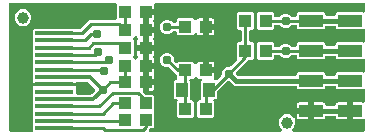
<source format=gtl>
G04 EAGLE Gerber RS-274X export*
G75*
%MOMM*%
%FSLAX34Y34*%
%LPD*%
%INTop Copper*%
%IPPOS*%
%AMOC8*
5,1,8,0,0,1.08239X$1,22.5*%
G01*
%ADD10R,1.100000X1.000000*%
%ADD11R,1.000000X1.200000*%
%ADD12C,0.406400*%
%ADD13R,2.000000X1.000000*%
%ADD14R,3.200000X0.350000*%
%ADD15R,1.000000X1.100000*%
%ADD16C,1.000000*%
%ADD17C,0.254000*%
%ADD18C,0.787400*%
%ADD19C,0.355600*%

G36*
X234777Y5098D02*
X234777Y5098D01*
X234916Y5111D01*
X234935Y5118D01*
X234955Y5121D01*
X235084Y5172D01*
X235215Y5219D01*
X235232Y5230D01*
X235250Y5238D01*
X235363Y5319D01*
X235478Y5397D01*
X235491Y5413D01*
X235508Y5424D01*
X235597Y5532D01*
X235689Y5636D01*
X235698Y5654D01*
X235711Y5669D01*
X235770Y5795D01*
X235833Y5919D01*
X235838Y5939D01*
X235846Y5957D01*
X235872Y6094D01*
X235903Y6229D01*
X235902Y6250D01*
X235906Y6269D01*
X235897Y6408D01*
X235893Y6547D01*
X235887Y6567D01*
X235886Y6587D01*
X235843Y6719D01*
X235805Y6853D01*
X235794Y6870D01*
X235788Y6889D01*
X235714Y7007D01*
X235643Y7127D01*
X235625Y7148D01*
X235618Y7158D01*
X235603Y7172D01*
X235537Y7247D01*
X234068Y8716D01*
X232997Y11301D01*
X232997Y14099D01*
X234068Y16684D01*
X236046Y18662D01*
X238631Y19733D01*
X241429Y19733D01*
X244014Y18662D01*
X246165Y16511D01*
X246281Y16421D01*
X246394Y16329D01*
X246406Y16324D01*
X246416Y16316D01*
X246528Y16267D01*
X246525Y16262D01*
X246510Y16194D01*
X246485Y16129D01*
X246475Y16040D01*
X246455Y15952D01*
X246458Y15882D01*
X246450Y15813D01*
X246462Y15724D01*
X246465Y15634D01*
X246485Y15567D01*
X246494Y15498D01*
X246546Y15346D01*
X247063Y14099D01*
X247063Y11301D01*
X245992Y8716D01*
X244523Y7247D01*
X244438Y7138D01*
X244349Y7031D01*
X244341Y7012D01*
X244328Y6996D01*
X244273Y6868D01*
X244214Y6743D01*
X244210Y6723D01*
X244202Y6704D01*
X244180Y6566D01*
X244154Y6430D01*
X244155Y6410D01*
X244152Y6390D01*
X244165Y6251D01*
X244174Y6113D01*
X244180Y6094D01*
X244182Y6074D01*
X244229Y5942D01*
X244272Y5811D01*
X244283Y5793D01*
X244290Y5774D01*
X244368Y5659D01*
X244442Y5542D01*
X244457Y5528D01*
X244468Y5511D01*
X244572Y5419D01*
X244674Y5324D01*
X244691Y5314D01*
X244707Y5301D01*
X244831Y5237D01*
X244952Y5170D01*
X244972Y5165D01*
X244990Y5156D01*
X245126Y5126D01*
X245260Y5091D01*
X245288Y5089D01*
X245300Y5086D01*
X245321Y5087D01*
X245421Y5081D01*
X304800Y5081D01*
X304918Y5096D01*
X305037Y5103D01*
X305075Y5116D01*
X305116Y5121D01*
X305226Y5164D01*
X305339Y5201D01*
X305374Y5223D01*
X305411Y5238D01*
X305507Y5307D01*
X305608Y5371D01*
X305636Y5401D01*
X305669Y5424D01*
X305745Y5516D01*
X305826Y5603D01*
X305846Y5638D01*
X305871Y5669D01*
X305922Y5777D01*
X305980Y5881D01*
X305990Y5921D01*
X306007Y5957D01*
X306029Y6074D01*
X306059Y6189D01*
X306063Y6249D01*
X306067Y6269D01*
X306065Y6290D01*
X306069Y6350D01*
X306069Y14879D01*
X306053Y15010D01*
X306042Y15142D01*
X306033Y15167D01*
X306029Y15194D01*
X305981Y15317D01*
X305937Y15442D01*
X305922Y15465D01*
X305912Y15490D01*
X305835Y15597D01*
X305761Y15707D01*
X305741Y15725D01*
X305726Y15747D01*
X305623Y15832D01*
X305525Y15920D01*
X305501Y15933D01*
X305481Y15950D01*
X305361Y16006D01*
X305244Y16068D01*
X305217Y16074D01*
X305193Y16086D01*
X305063Y16110D01*
X304934Y16141D01*
X304907Y16140D01*
X304881Y16145D01*
X304749Y16137D01*
X304616Y16134D01*
X304590Y16127D01*
X304563Y16126D01*
X304438Y16085D01*
X304310Y16049D01*
X304275Y16032D01*
X304261Y16028D01*
X304242Y16016D01*
X304165Y15978D01*
X304145Y15966D01*
X303628Y15827D01*
X295859Y15827D01*
X295859Y20347D01*
X295842Y20484D01*
X295839Y20514D01*
X295837Y20549D01*
X295835Y20554D01*
X295829Y20623D01*
X295822Y20642D01*
X295819Y20662D01*
X295768Y20791D01*
X295721Y20922D01*
X295710Y20939D01*
X295702Y20958D01*
X295621Y21070D01*
X295543Y21185D01*
X295527Y21199D01*
X295516Y21215D01*
X295408Y21304D01*
X295304Y21396D01*
X295286Y21405D01*
X295271Y21418D01*
X295145Y21477D01*
X295021Y21540D01*
X295001Y21545D01*
X294983Y21554D01*
X294847Y21580D01*
X294711Y21610D01*
X294690Y21610D01*
X294671Y21613D01*
X294532Y21605D01*
X294393Y21600D01*
X294373Y21595D01*
X294353Y21594D01*
X294221Y21551D01*
X294087Y21512D01*
X294070Y21502D01*
X294051Y21496D01*
X293933Y21421D01*
X293813Y21351D01*
X293792Y21332D01*
X293782Y21325D01*
X293768Y21310D01*
X293693Y21244D01*
X291232Y18784D01*
X291172Y18706D01*
X291104Y18634D01*
X291075Y18581D01*
X291038Y18533D01*
X290998Y18442D01*
X290950Y18355D01*
X290935Y18297D01*
X290911Y18241D01*
X290896Y18143D01*
X290871Y18047D01*
X290865Y17947D01*
X290861Y17927D01*
X290862Y17915D01*
X290861Y17887D01*
X290861Y15827D01*
X283092Y15827D01*
X282575Y15966D01*
X282112Y16233D01*
X281733Y16612D01*
X281466Y17075D01*
X281312Y17649D01*
X281305Y17763D01*
X281292Y17801D01*
X281287Y17842D01*
X281244Y17952D01*
X281207Y18065D01*
X281185Y18100D01*
X281170Y18137D01*
X281101Y18233D01*
X281037Y18334D01*
X281007Y18362D01*
X280984Y18395D01*
X280892Y18471D01*
X280805Y18552D01*
X280770Y18572D01*
X280739Y18597D01*
X280631Y18648D01*
X280527Y18706D01*
X280487Y18716D01*
X280451Y18733D01*
X280334Y18755D01*
X280219Y18785D01*
X280159Y18789D01*
X280139Y18793D01*
X280118Y18791D01*
X280058Y18795D01*
X273662Y18795D01*
X273544Y18780D01*
X273425Y18773D01*
X273387Y18760D01*
X273346Y18755D01*
X273236Y18712D01*
X273123Y18675D01*
X273088Y18653D01*
X273051Y18638D01*
X272955Y18569D01*
X272854Y18505D01*
X272826Y18475D01*
X272793Y18452D01*
X272717Y18360D01*
X272636Y18273D01*
X272616Y18238D01*
X272591Y18207D01*
X272540Y18099D01*
X272482Y17995D01*
X272472Y17955D01*
X272455Y17919D01*
X272433Y17802D01*
X272403Y17687D01*
X272399Y17627D01*
X272395Y17607D01*
X272396Y17603D01*
X272254Y17075D01*
X271987Y16612D01*
X271608Y16233D01*
X271145Y15966D01*
X270628Y15827D01*
X262859Y15827D01*
X262859Y17887D01*
X262847Y17985D01*
X262844Y18084D01*
X262827Y18142D01*
X262819Y18202D01*
X262783Y18294D01*
X262755Y18389D01*
X262725Y18441D01*
X262702Y18498D01*
X262644Y18578D01*
X262594Y18663D01*
X262528Y18739D01*
X262516Y18755D01*
X262506Y18763D01*
X262488Y18784D01*
X260033Y21238D01*
X260055Y21354D01*
X260085Y21469D01*
X260089Y21529D01*
X260093Y21549D01*
X260091Y21570D01*
X260095Y21630D01*
X260095Y24090D01*
X260080Y24208D01*
X260073Y24327D01*
X260060Y24365D01*
X260055Y24406D01*
X260028Y24476D01*
X262488Y26936D01*
X262548Y27014D01*
X262616Y27086D01*
X262645Y27139D01*
X262682Y27187D01*
X262722Y27278D01*
X262770Y27365D01*
X262785Y27423D01*
X262809Y27479D01*
X262824Y27577D01*
X262849Y27673D01*
X262855Y27773D01*
X262859Y27793D01*
X262857Y27805D01*
X262859Y27833D01*
X262859Y29893D01*
X270628Y29893D01*
X271145Y29754D01*
X271608Y29487D01*
X271987Y29108D01*
X272254Y28645D01*
X272408Y28071D01*
X272415Y27957D01*
X272428Y27919D01*
X272433Y27878D01*
X272476Y27768D01*
X272513Y27655D01*
X272535Y27620D01*
X272550Y27583D01*
X272619Y27487D01*
X272683Y27386D01*
X272713Y27358D01*
X272736Y27325D01*
X272828Y27249D01*
X272915Y27168D01*
X272950Y27148D01*
X272981Y27123D01*
X273089Y27072D01*
X273193Y27014D01*
X273233Y27004D01*
X273269Y26987D01*
X273386Y26965D01*
X273501Y26935D01*
X273561Y26931D01*
X273581Y26927D01*
X273602Y26929D01*
X273662Y26925D01*
X280058Y26925D01*
X280176Y26940D01*
X280295Y26947D01*
X280333Y26960D01*
X280374Y26965D01*
X280484Y27008D01*
X280597Y27045D01*
X280632Y27067D01*
X280669Y27082D01*
X280765Y27151D01*
X280866Y27215D01*
X280894Y27245D01*
X280927Y27268D01*
X281003Y27360D01*
X281084Y27447D01*
X281104Y27482D01*
X281129Y27513D01*
X281180Y27621D01*
X281238Y27725D01*
X281248Y27765D01*
X281265Y27801D01*
X281287Y27918D01*
X281317Y28033D01*
X281321Y28093D01*
X281325Y28113D01*
X281324Y28117D01*
X281466Y28645D01*
X281733Y29108D01*
X282112Y29487D01*
X282575Y29754D01*
X283092Y29893D01*
X290861Y29893D01*
X290861Y27833D01*
X290873Y27735D01*
X290876Y27636D01*
X290893Y27578D01*
X290901Y27518D01*
X290937Y27426D01*
X290965Y27331D01*
X290995Y27279D01*
X291018Y27222D01*
X291076Y27142D01*
X291126Y27057D01*
X291192Y26981D01*
X291204Y26965D01*
X291214Y26957D01*
X291232Y26936D01*
X293693Y24476D01*
X293776Y24411D01*
X293828Y24363D01*
X293853Y24348D01*
X293909Y24302D01*
X293928Y24293D01*
X293944Y24281D01*
X294072Y24225D01*
X294103Y24211D01*
X294106Y24209D01*
X294107Y24209D01*
X294197Y24166D01*
X294217Y24163D01*
X294236Y24155D01*
X294374Y24133D01*
X294510Y24107D01*
X294530Y24108D01*
X294550Y24105D01*
X294689Y24118D01*
X294827Y24126D01*
X294846Y24133D01*
X294866Y24135D01*
X294998Y24182D01*
X295129Y24224D01*
X295147Y24235D01*
X295166Y24242D01*
X295281Y24320D01*
X295398Y24395D01*
X295412Y24409D01*
X295429Y24421D01*
X295521Y24525D01*
X295616Y24626D01*
X295626Y24644D01*
X295639Y24659D01*
X295703Y24783D01*
X295770Y24905D01*
X295775Y24924D01*
X295784Y24942D01*
X295795Y24992D01*
X295797Y24996D01*
X295803Y25028D01*
X295814Y25078D01*
X295849Y25213D01*
X295851Y25241D01*
X295854Y25253D01*
X295853Y25273D01*
X295854Y25296D01*
X295857Y25308D01*
X295856Y25321D01*
X295859Y25373D01*
X295859Y29893D01*
X303628Y29893D01*
X304145Y29754D01*
X304165Y29742D01*
X304287Y29691D01*
X304407Y29634D01*
X304434Y29629D01*
X304458Y29619D01*
X304590Y29600D01*
X304720Y29575D01*
X304746Y29576D01*
X304773Y29572D01*
X304905Y29586D01*
X305037Y29594D01*
X305063Y29603D01*
X305089Y29606D01*
X305214Y29652D01*
X305339Y29692D01*
X305362Y29707D01*
X305388Y29716D01*
X305496Y29792D01*
X305608Y29863D01*
X305627Y29882D01*
X305649Y29898D01*
X305735Y29998D01*
X305826Y30094D01*
X305839Y30118D01*
X305857Y30138D01*
X305916Y30257D01*
X305980Y30373D01*
X305986Y30399D01*
X305998Y30423D01*
X306026Y30552D01*
X306059Y30681D01*
X306061Y30719D01*
X306065Y30734D01*
X306064Y30756D01*
X306069Y30841D01*
X306069Y40030D01*
X306052Y40168D01*
X306039Y40307D01*
X306032Y40326D01*
X306029Y40346D01*
X305978Y40475D01*
X305931Y40606D01*
X305920Y40623D01*
X305912Y40642D01*
X305831Y40754D01*
X305752Y40869D01*
X305737Y40883D01*
X305726Y40899D01*
X305618Y40988D01*
X305514Y41080D01*
X305496Y41089D01*
X305481Y41102D01*
X305355Y41161D01*
X305231Y41224D01*
X305211Y41229D01*
X305193Y41237D01*
X305057Y41263D01*
X304920Y41294D01*
X304900Y41293D01*
X304881Y41297D01*
X304742Y41288D01*
X304603Y41284D01*
X304583Y41279D01*
X304563Y41277D01*
X304431Y41234D01*
X304406Y41227D01*
X282518Y41227D01*
X281327Y42418D01*
X281327Y42926D01*
X281312Y43044D01*
X281305Y43163D01*
X281292Y43201D01*
X281287Y43242D01*
X281244Y43352D01*
X281207Y43465D01*
X281185Y43500D01*
X281170Y43537D01*
X281101Y43633D01*
X281037Y43734D01*
X281007Y43762D01*
X280984Y43795D01*
X280892Y43871D01*
X280805Y43952D01*
X280770Y43972D01*
X280739Y43997D01*
X280631Y44048D01*
X280527Y44106D01*
X280487Y44116D01*
X280451Y44133D01*
X280334Y44155D01*
X280219Y44185D01*
X280159Y44189D01*
X280139Y44193D01*
X280118Y44191D01*
X280058Y44195D01*
X273662Y44195D01*
X273544Y44180D01*
X273425Y44173D01*
X273387Y44160D01*
X273346Y44155D01*
X273236Y44112D01*
X273123Y44075D01*
X273088Y44053D01*
X273051Y44038D01*
X272955Y43969D01*
X272854Y43905D01*
X272826Y43875D01*
X272793Y43852D01*
X272717Y43760D01*
X272636Y43673D01*
X272616Y43638D01*
X272591Y43607D01*
X272540Y43499D01*
X272482Y43395D01*
X272472Y43355D01*
X272455Y43319D01*
X272433Y43202D01*
X272403Y43087D01*
X272399Y43027D01*
X272395Y43007D01*
X272397Y42986D01*
X272393Y42926D01*
X272393Y42418D01*
X271202Y41227D01*
X249518Y41227D01*
X248327Y42418D01*
X248327Y42926D01*
X248312Y43044D01*
X248305Y43163D01*
X248292Y43201D01*
X248287Y43242D01*
X248244Y43352D01*
X248207Y43465D01*
X248185Y43500D01*
X248170Y43537D01*
X248101Y43633D01*
X248037Y43734D01*
X248007Y43762D01*
X247984Y43795D01*
X247892Y43871D01*
X247805Y43952D01*
X247770Y43972D01*
X247739Y43997D01*
X247631Y44048D01*
X247527Y44106D01*
X247487Y44116D01*
X247451Y44133D01*
X247334Y44155D01*
X247219Y44185D01*
X247159Y44189D01*
X247139Y44193D01*
X247118Y44191D01*
X247058Y44195D01*
X195166Y44195D01*
X191358Y48004D01*
X191280Y48064D01*
X191208Y48132D01*
X191155Y48161D01*
X191107Y48198D01*
X191016Y48238D01*
X190929Y48286D01*
X190871Y48301D01*
X190815Y48325D01*
X190717Y48340D01*
X190621Y48365D01*
X190521Y48371D01*
X190501Y48375D01*
X190489Y48373D01*
X190461Y48375D01*
X189992Y48375D01*
X189894Y48363D01*
X189795Y48360D01*
X189736Y48343D01*
X189676Y48335D01*
X189584Y48299D01*
X189489Y48271D01*
X189437Y48241D01*
X189381Y48218D01*
X189301Y48160D01*
X189215Y48110D01*
X189140Y48044D01*
X189123Y48032D01*
X189115Y48022D01*
X189094Y48004D01*
X181464Y40374D01*
X181404Y40295D01*
X181336Y40223D01*
X181307Y40170D01*
X181270Y40122D01*
X181230Y40031D01*
X181182Y39945D01*
X181167Y39886D01*
X181143Y39831D01*
X181128Y39733D01*
X181103Y39637D01*
X181097Y39537D01*
X181093Y39517D01*
X181095Y39504D01*
X181093Y39476D01*
X181093Y33798D01*
X179902Y32607D01*
X179022Y32607D01*
X178884Y32590D01*
X178745Y32577D01*
X178726Y32570D01*
X178706Y32567D01*
X178577Y32516D01*
X178446Y32469D01*
X178429Y32458D01*
X178410Y32450D01*
X178298Y32369D01*
X178183Y32291D01*
X178170Y32275D01*
X178153Y32264D01*
X178064Y32156D01*
X177972Y32052D01*
X177963Y32034D01*
X177950Y32019D01*
X177891Y31893D01*
X177828Y31769D01*
X177823Y31749D01*
X177815Y31731D01*
X177789Y31595D01*
X177758Y31459D01*
X177759Y31438D01*
X177755Y31419D01*
X177764Y31280D01*
X177768Y31141D01*
X177773Y31121D01*
X177775Y31101D01*
X177818Y30969D01*
X177856Y30835D01*
X177867Y30818D01*
X177873Y30799D01*
X177947Y30681D01*
X178018Y30561D01*
X178036Y30540D01*
X178043Y30530D01*
X178058Y30516D01*
X178093Y30476D01*
X178093Y17788D01*
X176902Y16597D01*
X165218Y16597D01*
X164027Y17788D01*
X164027Y30472D01*
X165218Y31663D01*
X166098Y31663D01*
X166236Y31680D01*
X166375Y31693D01*
X166394Y31700D01*
X166414Y31703D01*
X166543Y31754D01*
X166674Y31801D01*
X166691Y31812D01*
X166710Y31820D01*
X166822Y31901D01*
X166937Y31979D01*
X166950Y31995D01*
X166967Y32006D01*
X167056Y32114D01*
X167148Y32218D01*
X167157Y32236D01*
X167170Y32251D01*
X167229Y32377D01*
X167292Y32501D01*
X167297Y32521D01*
X167305Y32539D01*
X167331Y32675D01*
X167362Y32811D01*
X167361Y32832D01*
X167365Y32851D01*
X167356Y32990D01*
X167352Y33129D01*
X167347Y33149D01*
X167345Y33169D01*
X167302Y33301D01*
X167264Y33435D01*
X167253Y33452D01*
X167247Y33471D01*
X167173Y33589D01*
X167102Y33709D01*
X167084Y33730D01*
X167077Y33740D01*
X167062Y33754D01*
X167027Y33794D01*
X167027Y47482D01*
X167496Y47951D01*
X167581Y48060D01*
X167670Y48167D01*
X167678Y48186D01*
X167691Y48202D01*
X167746Y48330D01*
X167805Y48455D01*
X167809Y48475D01*
X167817Y48494D01*
X167839Y48632D01*
X167865Y48768D01*
X167864Y48788D01*
X167867Y48808D01*
X167854Y48947D01*
X167845Y49085D01*
X167839Y49104D01*
X167837Y49124D01*
X167790Y49255D01*
X167747Y49387D01*
X167736Y49405D01*
X167730Y49424D01*
X167652Y49538D01*
X167577Y49656D01*
X167562Y49670D01*
X167551Y49687D01*
X167447Y49779D01*
X167345Y49874D01*
X167328Y49884D01*
X167313Y49897D01*
X167189Y49960D01*
X167067Y50028D01*
X167047Y50033D01*
X167029Y50042D01*
X166893Y50072D01*
X166759Y50107D01*
X166731Y50109D01*
X166719Y50112D01*
X166699Y50111D01*
X166598Y50117D01*
X165292Y50117D01*
X164775Y50256D01*
X164312Y50523D01*
X163933Y50902D01*
X163755Y51211D01*
X163679Y51311D01*
X163608Y51415D01*
X163583Y51437D01*
X163563Y51464D01*
X163464Y51542D01*
X163370Y51625D01*
X163340Y51641D01*
X163314Y51662D01*
X163199Y51713D01*
X163087Y51770D01*
X163054Y51777D01*
X163023Y51791D01*
X162899Y51812D01*
X162776Y51840D01*
X162743Y51839D01*
X162710Y51844D01*
X162584Y51834D01*
X162459Y51830D01*
X162426Y51821D01*
X162393Y51818D01*
X162274Y51777D01*
X162153Y51742D01*
X162124Y51724D01*
X162092Y51713D01*
X161987Y51644D01*
X161879Y51580D01*
X161842Y51548D01*
X161827Y51538D01*
X161813Y51522D01*
X161758Y51474D01*
X160402Y50117D01*
X158632Y50117D01*
X158514Y50102D01*
X158395Y50095D01*
X158357Y50082D01*
X158316Y50077D01*
X158206Y50034D01*
X158093Y49997D01*
X158058Y49975D01*
X158021Y49960D01*
X157925Y49891D01*
X157824Y49827D01*
X157796Y49797D01*
X157763Y49774D01*
X157687Y49682D01*
X157606Y49595D01*
X157586Y49560D01*
X157561Y49529D01*
X157510Y49421D01*
X157452Y49317D01*
X157442Y49277D01*
X157425Y49241D01*
X157403Y49124D01*
X157373Y49009D01*
X157369Y48949D01*
X157365Y48929D01*
X157367Y48908D01*
X157363Y48848D01*
X157363Y48738D01*
X157375Y48640D01*
X157378Y48540D01*
X157395Y48482D01*
X157403Y48422D01*
X157439Y48330D01*
X157467Y48235D01*
X157497Y48183D01*
X157520Y48126D01*
X157578Y48046D01*
X157628Y47961D01*
X157694Y47886D01*
X157706Y47869D01*
X157716Y47861D01*
X157735Y47840D01*
X158093Y47482D01*
X158093Y33789D01*
X158039Y33720D01*
X157950Y33613D01*
X157942Y33594D01*
X157929Y33578D01*
X157874Y33450D01*
X157815Y33325D01*
X157811Y33305D01*
X157803Y33286D01*
X157781Y33149D01*
X157755Y33012D01*
X157756Y32992D01*
X157753Y32972D01*
X157766Y32834D01*
X157775Y32695D01*
X157781Y32676D01*
X157783Y32656D01*
X157830Y32524D01*
X157873Y32393D01*
X157884Y32375D01*
X157890Y32356D01*
X157969Y32241D01*
X158043Y32124D01*
X158058Y32110D01*
X158069Y32093D01*
X158173Y32001D01*
X158275Y31906D01*
X158292Y31896D01*
X158307Y31883D01*
X158432Y31819D01*
X158553Y31752D01*
X158573Y31747D01*
X158591Y31738D01*
X158727Y31708D01*
X158861Y31673D01*
X158889Y31671D01*
X158901Y31668D01*
X158921Y31669D01*
X159022Y31663D01*
X159902Y31663D01*
X161093Y30472D01*
X161093Y17788D01*
X159902Y16597D01*
X148218Y16597D01*
X147027Y17788D01*
X147027Y30481D01*
X147081Y30550D01*
X147170Y30657D01*
X147178Y30676D01*
X147191Y30692D01*
X147246Y30820D01*
X147305Y30945D01*
X147309Y30965D01*
X147317Y30984D01*
X147339Y31121D01*
X147365Y31258D01*
X147364Y31278D01*
X147367Y31298D01*
X147354Y31436D01*
X147345Y31575D01*
X147339Y31594D01*
X147337Y31614D01*
X147290Y31746D01*
X147247Y31877D01*
X147236Y31895D01*
X147230Y31914D01*
X147151Y32029D01*
X147077Y32146D01*
X147062Y32160D01*
X147051Y32177D01*
X146947Y32269D01*
X146845Y32364D01*
X146828Y32374D01*
X146813Y32387D01*
X146688Y32451D01*
X146567Y32518D01*
X146547Y32523D01*
X146529Y32532D01*
X146393Y32562D01*
X146259Y32597D01*
X146231Y32599D01*
X146219Y32602D01*
X146199Y32601D01*
X146098Y32607D01*
X145218Y32607D01*
X144027Y33798D01*
X144027Y47482D01*
X145218Y48673D01*
X146098Y48673D01*
X146236Y48690D01*
X146375Y48703D01*
X146394Y48710D01*
X146414Y48713D01*
X146543Y48764D01*
X146674Y48811D01*
X146691Y48822D01*
X146710Y48830D01*
X146822Y48911D01*
X146937Y48989D01*
X146950Y49005D01*
X146967Y49016D01*
X147056Y49124D01*
X147148Y49228D01*
X147157Y49246D01*
X147170Y49261D01*
X147229Y49387D01*
X147292Y49511D01*
X147297Y49531D01*
X147305Y49549D01*
X147331Y49686D01*
X147362Y49821D01*
X147361Y49842D01*
X147365Y49861D01*
X147356Y50000D01*
X147352Y50139D01*
X147347Y50159D01*
X147345Y50179D01*
X147303Y50311D01*
X147264Y50445D01*
X147253Y50462D01*
X147247Y50481D01*
X147173Y50599D01*
X147102Y50719D01*
X147084Y50740D01*
X147077Y50750D01*
X147062Y50764D01*
X146996Y50839D01*
X146527Y51308D01*
X146527Y52746D01*
X146515Y52844D01*
X146512Y52943D01*
X146495Y53002D01*
X146487Y53062D01*
X146451Y53154D01*
X146423Y53249D01*
X146393Y53301D01*
X146370Y53357D01*
X146312Y53437D01*
X146262Y53523D01*
X146196Y53598D01*
X146184Y53615D01*
X146174Y53623D01*
X146156Y53644D01*
X140101Y59699D01*
X140022Y59759D01*
X139950Y59827D01*
X139897Y59856D01*
X139849Y59893D01*
X139758Y59933D01*
X139672Y59981D01*
X139613Y59996D01*
X139558Y60020D01*
X139460Y60035D01*
X139364Y60060D01*
X139264Y60066D01*
X139243Y60070D01*
X139231Y60068D01*
X139203Y60070D01*
X137243Y60070D01*
X135048Y60979D01*
X133369Y62658D01*
X132460Y64853D01*
X132460Y67227D01*
X133369Y69422D01*
X135048Y71101D01*
X137243Y72010D01*
X139617Y72010D01*
X141812Y71101D01*
X143491Y69422D01*
X144400Y67227D01*
X144400Y65267D01*
X144412Y65169D01*
X144415Y65070D01*
X144432Y65011D01*
X144440Y64951D01*
X144476Y64859D01*
X144504Y64764D01*
X144534Y64712D01*
X144557Y64656D01*
X144615Y64575D01*
X144665Y64490D01*
X144731Y64415D01*
X144743Y64398D01*
X144753Y64390D01*
X144771Y64369D01*
X145440Y63700D01*
X145535Y63627D01*
X145624Y63548D01*
X145660Y63530D01*
X145692Y63505D01*
X145801Y63458D01*
X145907Y63404D01*
X145946Y63395D01*
X145984Y63379D01*
X146101Y63360D01*
X146217Y63334D01*
X146258Y63335D01*
X146298Y63329D01*
X146416Y63340D01*
X146535Y63344D01*
X146574Y63355D01*
X146614Y63359D01*
X146726Y63399D01*
X146841Y63432D01*
X146876Y63453D01*
X146914Y63467D01*
X147012Y63533D01*
X147115Y63594D01*
X147160Y63634D01*
X147177Y63645D01*
X147190Y63660D01*
X147236Y63700D01*
X147718Y64183D01*
X160402Y64183D01*
X161758Y62826D01*
X161858Y62749D01*
X161953Y62667D01*
X161983Y62652D01*
X162010Y62631D01*
X162125Y62581D01*
X162238Y62525D01*
X162271Y62518D01*
X162301Y62505D01*
X162426Y62485D01*
X162549Y62459D01*
X162582Y62460D01*
X162616Y62455D01*
X162741Y62467D01*
X162866Y62472D01*
X162899Y62482D01*
X162932Y62485D01*
X163050Y62528D01*
X163171Y62564D01*
X163200Y62581D01*
X163231Y62593D01*
X163336Y62663D01*
X163443Y62728D01*
X163467Y62752D01*
X163495Y62771D01*
X163578Y62866D01*
X163666Y62955D01*
X163693Y62996D01*
X163705Y63010D01*
X163715Y63029D01*
X163755Y63089D01*
X163933Y63398D01*
X164312Y63777D01*
X164775Y64044D01*
X165292Y64183D01*
X168561Y64183D01*
X168561Y58380D01*
X168576Y58262D01*
X168583Y58143D01*
X168595Y58105D01*
X168601Y58065D01*
X168644Y57954D01*
X168681Y57841D01*
X168703Y57807D01*
X168718Y57769D01*
X168787Y57673D01*
X168851Y57572D01*
X168881Y57544D01*
X168904Y57512D01*
X168996Y57436D01*
X169083Y57354D01*
X169118Y57335D01*
X169149Y57309D01*
X169257Y57258D01*
X169361Y57201D01*
X169401Y57191D01*
X169437Y57173D01*
X169554Y57151D01*
X169669Y57121D01*
X169729Y57117D01*
X169749Y57114D01*
X169770Y57115D01*
X169830Y57111D01*
X171021Y57111D01*
X171021Y55920D01*
X171036Y55802D01*
X171043Y55683D01*
X171056Y55645D01*
X171061Y55604D01*
X171105Y55494D01*
X171141Y55381D01*
X171163Y55346D01*
X171178Y55309D01*
X171248Y55212D01*
X171311Y55112D01*
X171341Y55084D01*
X171365Y55051D01*
X171456Y54975D01*
X171543Y54894D01*
X171578Y54874D01*
X171610Y54849D01*
X171717Y54798D01*
X171822Y54740D01*
X171861Y54730D01*
X171897Y54713D01*
X172014Y54691D01*
X172130Y54661D01*
X172190Y54657D01*
X172210Y54653D01*
X172230Y54655D01*
X172290Y54651D01*
X178593Y54651D01*
X178593Y51882D01*
X178454Y51365D01*
X178187Y50902D01*
X178124Y50840D01*
X178039Y50730D01*
X177950Y50623D01*
X177942Y50604D01*
X177929Y50588D01*
X177874Y50460D01*
X177815Y50335D01*
X177811Y50315D01*
X177803Y50296D01*
X177781Y50159D01*
X177755Y50022D01*
X177756Y50002D01*
X177753Y49982D01*
X177766Y49844D01*
X177775Y49705D01*
X177781Y49686D01*
X177783Y49666D01*
X177830Y49535D01*
X177873Y49403D01*
X177884Y49385D01*
X177890Y49366D01*
X177968Y49252D01*
X178043Y49134D01*
X178058Y49120D01*
X178069Y49103D01*
X178173Y49011D01*
X178275Y48916D01*
X178292Y48906D01*
X178307Y48893D01*
X178432Y48829D01*
X178553Y48762D01*
X178573Y48757D01*
X178591Y48748D01*
X178727Y48718D01*
X178861Y48683D01*
X178889Y48681D01*
X178901Y48678D01*
X178921Y48679D01*
X179022Y48673D01*
X179896Y48673D01*
X179994Y48685D01*
X180093Y48688D01*
X180152Y48705D01*
X180212Y48713D01*
X180304Y48749D01*
X180399Y48777D01*
X180451Y48807D01*
X180507Y48830D01*
X180587Y48888D01*
X180673Y48938D01*
X180748Y49004D01*
X180765Y49016D01*
X180773Y49026D01*
X180794Y49044D01*
X184424Y52674D01*
X184484Y52753D01*
X184552Y52825D01*
X184581Y52878D01*
X184618Y52926D01*
X184658Y53017D01*
X184706Y53103D01*
X184721Y53162D01*
X184745Y53217D01*
X184760Y53315D01*
X184785Y53411D01*
X184791Y53511D01*
X184795Y53531D01*
X184793Y53544D01*
X184795Y53572D01*
X184795Y55532D01*
X185704Y57727D01*
X187383Y59406D01*
X189578Y60315D01*
X191538Y60315D01*
X191636Y60327D01*
X191735Y60330D01*
X191794Y60347D01*
X191854Y60355D01*
X191946Y60391D01*
X192041Y60419D01*
X192093Y60449D01*
X192149Y60472D01*
X192229Y60530D01*
X192315Y60580D01*
X192390Y60646D01*
X192407Y60658D01*
X192415Y60668D01*
X192436Y60686D01*
X197550Y65801D01*
X197623Y65895D01*
X197702Y65984D01*
X197720Y66020D01*
X197745Y66052D01*
X197792Y66161D01*
X197846Y66267D01*
X197855Y66307D01*
X197871Y66344D01*
X197890Y66461D01*
X197916Y66578D01*
X197915Y66618D01*
X197921Y66658D01*
X197910Y66776D01*
X197906Y66895D01*
X197895Y66934D01*
X197891Y66974D01*
X197851Y67086D01*
X197827Y67168D01*
X197827Y80002D01*
X199018Y81193D01*
X200288Y81193D01*
X200406Y81208D01*
X200525Y81215D01*
X200563Y81228D01*
X200604Y81233D01*
X200714Y81276D01*
X200827Y81313D01*
X200862Y81335D01*
X200899Y81350D01*
X200995Y81419D01*
X201096Y81483D01*
X201124Y81513D01*
X201157Y81536D01*
X201233Y81628D01*
X201314Y81715D01*
X201334Y81750D01*
X201359Y81781D01*
X201410Y81889D01*
X201468Y81993D01*
X201478Y82033D01*
X201495Y82069D01*
X201517Y82186D01*
X201547Y82301D01*
X201551Y82361D01*
X201555Y82381D01*
X201553Y82402D01*
X201557Y82462D01*
X201557Y90258D01*
X201542Y90376D01*
X201535Y90495D01*
X201522Y90533D01*
X201517Y90574D01*
X201474Y90684D01*
X201437Y90797D01*
X201415Y90832D01*
X201400Y90869D01*
X201331Y90965D01*
X201267Y91066D01*
X201237Y91094D01*
X201214Y91127D01*
X201122Y91203D01*
X201035Y91284D01*
X201000Y91304D01*
X200969Y91329D01*
X200861Y91380D01*
X200757Y91438D01*
X200717Y91448D01*
X200681Y91465D01*
X200564Y91487D01*
X200449Y91517D01*
X200389Y91521D01*
X200369Y91525D01*
X200348Y91523D01*
X200288Y91527D01*
X199018Y91527D01*
X197827Y92718D01*
X197827Y105402D01*
X199018Y106593D01*
X210702Y106593D01*
X211893Y105402D01*
X211893Y92718D01*
X210702Y91527D01*
X209432Y91527D01*
X209314Y91512D01*
X209195Y91505D01*
X209157Y91492D01*
X209116Y91487D01*
X209006Y91444D01*
X208893Y91407D01*
X208858Y91385D01*
X208821Y91370D01*
X208725Y91301D01*
X208624Y91237D01*
X208596Y91207D01*
X208563Y91184D01*
X208487Y91092D01*
X208406Y91005D01*
X208386Y90970D01*
X208361Y90939D01*
X208310Y90831D01*
X208252Y90727D01*
X208242Y90687D01*
X208225Y90651D01*
X208203Y90534D01*
X208173Y90419D01*
X208169Y90359D01*
X208165Y90339D01*
X208167Y90318D01*
X208163Y90258D01*
X208163Y82462D01*
X208178Y82344D01*
X208185Y82225D01*
X208198Y82187D01*
X208203Y82146D01*
X208246Y82036D01*
X208283Y81923D01*
X208305Y81888D01*
X208320Y81851D01*
X208389Y81755D01*
X208453Y81654D01*
X208483Y81626D01*
X208506Y81593D01*
X208598Y81517D01*
X208685Y81436D01*
X208720Y81416D01*
X208751Y81391D01*
X208859Y81340D01*
X208963Y81282D01*
X209003Y81272D01*
X209039Y81255D01*
X209156Y81233D01*
X209271Y81203D01*
X209331Y81199D01*
X209351Y81195D01*
X209372Y81197D01*
X209432Y81193D01*
X210702Y81193D01*
X211893Y80002D01*
X211893Y67318D01*
X210702Y66127D01*
X207744Y66127D01*
X207646Y66115D01*
X207547Y66112D01*
X207488Y66095D01*
X207428Y66087D01*
X207336Y66051D01*
X207241Y66023D01*
X207189Y65993D01*
X207133Y65970D01*
X207053Y65912D01*
X206967Y65862D01*
X206892Y65796D01*
X206875Y65784D01*
X206867Y65774D01*
X206846Y65756D01*
X197106Y56016D01*
X197046Y55937D01*
X196978Y55865D01*
X196949Y55812D01*
X196912Y55764D01*
X196872Y55673D01*
X196824Y55587D01*
X196809Y55528D01*
X196785Y55473D01*
X196770Y55375D01*
X196745Y55279D01*
X196739Y55179D01*
X196735Y55158D01*
X196737Y55146D01*
X196735Y55118D01*
X196735Y54649D01*
X196747Y54551D01*
X196750Y54452D01*
X196767Y54394D01*
X196775Y54334D01*
X196811Y54242D01*
X196839Y54147D01*
X196869Y54095D01*
X196892Y54038D01*
X196950Y53958D01*
X197000Y53873D01*
X197066Y53797D01*
X197078Y53781D01*
X197088Y53773D01*
X197106Y53752D01*
X198162Y52696D01*
X198240Y52636D01*
X198312Y52568D01*
X198365Y52539D01*
X198413Y52502D01*
X198504Y52462D01*
X198591Y52414D01*
X198649Y52399D01*
X198705Y52375D01*
X198803Y52360D01*
X198899Y52335D01*
X198999Y52329D01*
X199019Y52325D01*
X199031Y52327D01*
X199059Y52325D01*
X247058Y52325D01*
X247176Y52340D01*
X247295Y52347D01*
X247333Y52360D01*
X247374Y52365D01*
X247484Y52408D01*
X247597Y52445D01*
X247632Y52467D01*
X247669Y52482D01*
X247765Y52551D01*
X247866Y52615D01*
X247894Y52645D01*
X247927Y52668D01*
X248003Y52760D01*
X248084Y52847D01*
X248104Y52882D01*
X248129Y52913D01*
X248180Y53021D01*
X248238Y53125D01*
X248248Y53165D01*
X248265Y53201D01*
X248287Y53318D01*
X248317Y53433D01*
X248321Y53493D01*
X248325Y53513D01*
X248323Y53534D01*
X248327Y53594D01*
X248327Y54102D01*
X249518Y55293D01*
X271202Y55293D01*
X272393Y54102D01*
X272393Y53594D01*
X272408Y53476D01*
X272415Y53357D01*
X272428Y53319D01*
X272433Y53278D01*
X272476Y53168D01*
X272513Y53055D01*
X272535Y53020D01*
X272550Y52983D01*
X272619Y52887D01*
X272683Y52786D01*
X272713Y52758D01*
X272736Y52725D01*
X272828Y52649D01*
X272915Y52568D01*
X272950Y52548D01*
X272981Y52523D01*
X273089Y52472D01*
X273193Y52414D01*
X273233Y52404D01*
X273269Y52387D01*
X273386Y52365D01*
X273501Y52335D01*
X273561Y52331D01*
X273581Y52327D01*
X273602Y52329D01*
X273662Y52325D01*
X280058Y52325D01*
X280176Y52340D01*
X280295Y52347D01*
X280333Y52360D01*
X280374Y52365D01*
X280484Y52408D01*
X280597Y52445D01*
X280632Y52467D01*
X280669Y52482D01*
X280765Y52551D01*
X280866Y52615D01*
X280894Y52645D01*
X280927Y52668D01*
X281003Y52760D01*
X281084Y52847D01*
X281104Y52882D01*
X281129Y52913D01*
X281180Y53021D01*
X281238Y53125D01*
X281248Y53165D01*
X281265Y53201D01*
X281287Y53318D01*
X281317Y53433D01*
X281321Y53493D01*
X281325Y53513D01*
X281323Y53534D01*
X281327Y53594D01*
X281327Y54102D01*
X282518Y55293D01*
X304386Y55293D01*
X304407Y55283D01*
X304427Y55279D01*
X304445Y55271D01*
X304583Y55249D01*
X304720Y55223D01*
X304740Y55224D01*
X304759Y55221D01*
X304898Y55234D01*
X305037Y55243D01*
X305056Y55249D01*
X305076Y55251D01*
X305207Y55298D01*
X305339Y55341D01*
X305356Y55352D01*
X305375Y55358D01*
X305490Y55436D01*
X305608Y55511D01*
X305622Y55526D01*
X305639Y55537D01*
X305731Y55641D01*
X305826Y55743D01*
X305836Y55760D01*
X305849Y55775D01*
X305912Y55899D01*
X305980Y56021D01*
X305985Y56041D01*
X305994Y56058D01*
X306024Y56194D01*
X306059Y56329D01*
X306061Y56357D01*
X306063Y56369D01*
X306063Y56389D01*
X306069Y56490D01*
X306069Y65430D01*
X306052Y65568D01*
X306039Y65707D01*
X306032Y65726D01*
X306029Y65746D01*
X305978Y65875D01*
X305931Y66006D01*
X305920Y66023D01*
X305912Y66042D01*
X305831Y66154D01*
X305752Y66269D01*
X305737Y66283D01*
X305726Y66299D01*
X305618Y66388D01*
X305514Y66480D01*
X305496Y66489D01*
X305481Y66502D01*
X305355Y66561D01*
X305231Y66624D01*
X305211Y66629D01*
X305193Y66637D01*
X305057Y66663D01*
X304920Y66694D01*
X304900Y66693D01*
X304881Y66697D01*
X304742Y66688D01*
X304603Y66684D01*
X304583Y66679D01*
X304563Y66677D01*
X304431Y66634D01*
X304406Y66627D01*
X282518Y66627D01*
X281327Y67818D01*
X281327Y68326D01*
X281312Y68444D01*
X281305Y68563D01*
X281292Y68601D01*
X281287Y68642D01*
X281244Y68752D01*
X281207Y68865D01*
X281185Y68900D01*
X281170Y68937D01*
X281101Y69033D01*
X281037Y69134D01*
X281007Y69162D01*
X280984Y69195D01*
X280892Y69271D01*
X280805Y69352D01*
X280770Y69372D01*
X280739Y69397D01*
X280631Y69448D01*
X280527Y69506D01*
X280487Y69516D01*
X280451Y69533D01*
X280334Y69555D01*
X280219Y69585D01*
X280159Y69589D01*
X280139Y69593D01*
X280118Y69591D01*
X280058Y69595D01*
X273662Y69595D01*
X273544Y69580D01*
X273425Y69573D01*
X273387Y69560D01*
X273346Y69555D01*
X273236Y69512D01*
X273123Y69475D01*
X273088Y69453D01*
X273051Y69438D01*
X272955Y69369D01*
X272854Y69305D01*
X272826Y69275D01*
X272793Y69252D01*
X272717Y69160D01*
X272636Y69073D01*
X272616Y69038D01*
X272591Y69007D01*
X272540Y68899D01*
X272482Y68795D01*
X272472Y68755D01*
X272455Y68719D01*
X272433Y68602D01*
X272403Y68487D01*
X272399Y68427D01*
X272395Y68407D01*
X272397Y68386D01*
X272393Y68326D01*
X272393Y67818D01*
X271202Y66627D01*
X249518Y66627D01*
X248327Y67818D01*
X248327Y69088D01*
X248312Y69206D01*
X248305Y69325D01*
X248292Y69363D01*
X248287Y69404D01*
X248244Y69514D01*
X248207Y69627D01*
X248185Y69662D01*
X248170Y69699D01*
X248101Y69795D01*
X248037Y69896D01*
X248007Y69924D01*
X247984Y69957D01*
X247892Y70033D01*
X247805Y70114D01*
X247770Y70134D01*
X247739Y70159D01*
X247631Y70210D01*
X247527Y70268D01*
X247487Y70278D01*
X247451Y70295D01*
X247334Y70317D01*
X247219Y70347D01*
X247159Y70351D01*
X247139Y70355D01*
X247118Y70353D01*
X247058Y70357D01*
X244425Y70357D01*
X244327Y70345D01*
X244228Y70342D01*
X244170Y70325D01*
X244110Y70317D01*
X244018Y70281D01*
X243923Y70253D01*
X243871Y70223D01*
X243814Y70200D01*
X243734Y70142D01*
X243649Y70092D01*
X243573Y70026D01*
X243557Y70014D01*
X243549Y70004D01*
X243528Y69986D01*
X242142Y68599D01*
X239947Y67690D01*
X237573Y67690D01*
X235378Y68599D01*
X233992Y69986D01*
X233914Y70046D01*
X233842Y70114D01*
X233789Y70143D01*
X233741Y70180D01*
X233650Y70220D01*
X233563Y70268D01*
X233505Y70283D01*
X233449Y70307D01*
X233351Y70322D01*
X233255Y70347D01*
X233155Y70353D01*
X233135Y70357D01*
X233123Y70355D01*
X233095Y70357D01*
X230162Y70357D01*
X230044Y70342D01*
X229925Y70335D01*
X229887Y70322D01*
X229846Y70317D01*
X229736Y70274D01*
X229623Y70237D01*
X229588Y70215D01*
X229551Y70200D01*
X229455Y70131D01*
X229354Y70067D01*
X229326Y70037D01*
X229293Y70014D01*
X229217Y69922D01*
X229136Y69835D01*
X229116Y69800D01*
X229091Y69769D01*
X229040Y69661D01*
X228982Y69557D01*
X228972Y69517D01*
X228955Y69481D01*
X228933Y69364D01*
X228903Y69249D01*
X228899Y69189D01*
X228895Y69169D01*
X228897Y69148D01*
X228893Y69088D01*
X228893Y67318D01*
X227702Y66127D01*
X216018Y66127D01*
X214827Y67318D01*
X214827Y80002D01*
X216018Y81193D01*
X227702Y81193D01*
X228893Y80002D01*
X228893Y78232D01*
X228908Y78114D01*
X228915Y77995D01*
X228928Y77957D01*
X228933Y77916D01*
X228976Y77806D01*
X229013Y77693D01*
X229035Y77658D01*
X229050Y77621D01*
X229119Y77525D01*
X229183Y77424D01*
X229213Y77396D01*
X229236Y77363D01*
X229328Y77287D01*
X229415Y77206D01*
X229450Y77186D01*
X229481Y77161D01*
X229589Y77110D01*
X229693Y77052D01*
X229733Y77042D01*
X229769Y77025D01*
X229886Y77003D01*
X230001Y76973D01*
X230061Y76969D01*
X230081Y76965D01*
X230102Y76967D01*
X230162Y76963D01*
X233095Y76963D01*
X233193Y76975D01*
X233292Y76978D01*
X233350Y76995D01*
X233410Y77003D01*
X233502Y77039D01*
X233597Y77067D01*
X233649Y77097D01*
X233706Y77120D01*
X233786Y77178D01*
X233871Y77228D01*
X233947Y77294D01*
X233963Y77306D01*
X233971Y77316D01*
X233992Y77334D01*
X235378Y78721D01*
X237573Y79630D01*
X239947Y79630D01*
X242142Y78721D01*
X243528Y77334D01*
X243606Y77274D01*
X243678Y77206D01*
X243731Y77177D01*
X243779Y77140D01*
X243870Y77100D01*
X243957Y77052D01*
X244015Y77037D01*
X244071Y77013D01*
X244169Y76998D01*
X244265Y76973D01*
X244365Y76967D01*
X244385Y76963D01*
X244397Y76965D01*
X244425Y76963D01*
X247058Y76963D01*
X247176Y76978D01*
X247295Y76985D01*
X247333Y76998D01*
X247374Y77003D01*
X247484Y77046D01*
X247597Y77083D01*
X247632Y77105D01*
X247669Y77120D01*
X247765Y77189D01*
X247866Y77253D01*
X247894Y77283D01*
X247927Y77306D01*
X248003Y77398D01*
X248084Y77485D01*
X248104Y77520D01*
X248129Y77551D01*
X248180Y77659D01*
X248238Y77763D01*
X248248Y77803D01*
X248265Y77839D01*
X248287Y77956D01*
X248317Y78071D01*
X248321Y78131D01*
X248325Y78151D01*
X248323Y78172D01*
X248327Y78232D01*
X248327Y79502D01*
X249518Y80693D01*
X271202Y80693D01*
X272393Y79502D01*
X272393Y78994D01*
X272408Y78876D01*
X272415Y78757D01*
X272428Y78719D01*
X272433Y78678D01*
X272476Y78568D01*
X272513Y78455D01*
X272535Y78420D01*
X272550Y78383D01*
X272619Y78287D01*
X272683Y78186D01*
X272713Y78158D01*
X272736Y78125D01*
X272828Y78049D01*
X272915Y77968D01*
X272950Y77948D01*
X272981Y77923D01*
X273089Y77872D01*
X273193Y77814D01*
X273233Y77804D01*
X273269Y77787D01*
X273386Y77765D01*
X273501Y77735D01*
X273561Y77731D01*
X273581Y77727D01*
X273602Y77729D01*
X273662Y77725D01*
X280058Y77725D01*
X280176Y77740D01*
X280295Y77747D01*
X280333Y77760D01*
X280374Y77765D01*
X280484Y77808D01*
X280597Y77845D01*
X280632Y77867D01*
X280669Y77882D01*
X280765Y77951D01*
X280866Y78015D01*
X280894Y78045D01*
X280927Y78068D01*
X281003Y78160D01*
X281084Y78247D01*
X281104Y78282D01*
X281129Y78313D01*
X281180Y78421D01*
X281238Y78525D01*
X281248Y78565D01*
X281265Y78601D01*
X281287Y78718D01*
X281317Y78833D01*
X281321Y78893D01*
X281325Y78913D01*
X281323Y78934D01*
X281327Y78994D01*
X281327Y79502D01*
X282518Y80693D01*
X304386Y80693D01*
X304407Y80683D01*
X304427Y80679D01*
X304445Y80671D01*
X304583Y80649D01*
X304720Y80623D01*
X304740Y80624D01*
X304759Y80621D01*
X304898Y80634D01*
X305037Y80643D01*
X305056Y80649D01*
X305076Y80651D01*
X305207Y80698D01*
X305339Y80741D01*
X305356Y80752D01*
X305375Y80758D01*
X305490Y80836D01*
X305608Y80911D01*
X305622Y80926D01*
X305639Y80937D01*
X305731Y81041D01*
X305826Y81143D01*
X305836Y81160D01*
X305849Y81175D01*
X305912Y81299D01*
X305980Y81421D01*
X305985Y81441D01*
X305994Y81458D01*
X306024Y81593D01*
X306059Y81729D01*
X306061Y81757D01*
X306063Y81769D01*
X306063Y81789D01*
X306069Y81890D01*
X306069Y90830D01*
X306052Y90968D01*
X306039Y91107D01*
X306032Y91126D01*
X306029Y91146D01*
X305978Y91275D01*
X305931Y91406D01*
X305920Y91423D01*
X305912Y91442D01*
X305831Y91554D01*
X305752Y91669D01*
X305737Y91683D01*
X305726Y91699D01*
X305618Y91788D01*
X305514Y91880D01*
X305496Y91889D01*
X305481Y91902D01*
X305355Y91961D01*
X305231Y92024D01*
X305211Y92029D01*
X305193Y92037D01*
X305057Y92063D01*
X304920Y92094D01*
X304900Y92093D01*
X304881Y92097D01*
X304742Y92088D01*
X304603Y92084D01*
X304583Y92079D01*
X304563Y92077D01*
X304431Y92034D01*
X304406Y92027D01*
X282518Y92027D01*
X281327Y93218D01*
X281327Y93726D01*
X281312Y93844D01*
X281305Y93963D01*
X281292Y94001D01*
X281287Y94042D01*
X281244Y94152D01*
X281207Y94265D01*
X281185Y94300D01*
X281170Y94337D01*
X281101Y94433D01*
X281037Y94534D01*
X281007Y94562D01*
X280984Y94595D01*
X280892Y94671D01*
X280805Y94752D01*
X280770Y94772D01*
X280739Y94797D01*
X280631Y94848D01*
X280527Y94906D01*
X280487Y94916D01*
X280451Y94933D01*
X280334Y94955D01*
X280219Y94985D01*
X280159Y94989D01*
X280139Y94993D01*
X280118Y94991D01*
X280058Y94995D01*
X273662Y94995D01*
X273544Y94980D01*
X273425Y94973D01*
X273387Y94960D01*
X273346Y94955D01*
X273236Y94912D01*
X273123Y94875D01*
X273088Y94853D01*
X273051Y94838D01*
X272955Y94769D01*
X272854Y94705D01*
X272826Y94675D01*
X272793Y94652D01*
X272717Y94560D01*
X272636Y94473D01*
X272616Y94438D01*
X272591Y94407D01*
X272540Y94299D01*
X272482Y94195D01*
X272472Y94155D01*
X272455Y94119D01*
X272433Y94002D01*
X272403Y93887D01*
X272399Y93827D01*
X272395Y93807D01*
X272397Y93786D01*
X272393Y93726D01*
X272393Y93218D01*
X271202Y92027D01*
X249518Y92027D01*
X248327Y93218D01*
X248327Y94488D01*
X248312Y94606D01*
X248305Y94725D01*
X248292Y94763D01*
X248287Y94804D01*
X248244Y94914D01*
X248207Y95027D01*
X248185Y95062D01*
X248170Y95099D01*
X248101Y95195D01*
X248037Y95296D01*
X248007Y95324D01*
X247984Y95357D01*
X247892Y95433D01*
X247805Y95514D01*
X247770Y95534D01*
X247739Y95559D01*
X247631Y95610D01*
X247527Y95668D01*
X247487Y95678D01*
X247451Y95695D01*
X247334Y95717D01*
X247219Y95747D01*
X247159Y95751D01*
X247139Y95755D01*
X247118Y95753D01*
X247058Y95757D01*
X244425Y95757D01*
X244327Y95745D01*
X244228Y95742D01*
X244170Y95725D01*
X244110Y95717D01*
X244018Y95681D01*
X243923Y95653D01*
X243871Y95623D01*
X243814Y95600D01*
X243734Y95542D01*
X243649Y95492D01*
X243573Y95426D01*
X243557Y95414D01*
X243549Y95404D01*
X243528Y95386D01*
X242142Y93999D01*
X239947Y93090D01*
X237573Y93090D01*
X235378Y93999D01*
X233992Y95386D01*
X233914Y95446D01*
X233842Y95514D01*
X233789Y95543D01*
X233741Y95580D01*
X233650Y95620D01*
X233563Y95668D01*
X233505Y95683D01*
X233449Y95707D01*
X233351Y95722D01*
X233255Y95747D01*
X233155Y95753D01*
X233135Y95757D01*
X233123Y95755D01*
X233095Y95757D01*
X230162Y95757D01*
X230044Y95742D01*
X229925Y95735D01*
X229887Y95722D01*
X229846Y95717D01*
X229736Y95674D01*
X229623Y95637D01*
X229588Y95615D01*
X229551Y95600D01*
X229455Y95531D01*
X229354Y95467D01*
X229326Y95437D01*
X229293Y95414D01*
X229217Y95322D01*
X229136Y95235D01*
X229116Y95200D01*
X229091Y95169D01*
X229040Y95061D01*
X228982Y94957D01*
X228972Y94917D01*
X228955Y94881D01*
X228933Y94764D01*
X228903Y94649D01*
X228899Y94589D01*
X228895Y94569D01*
X228897Y94548D01*
X228893Y94488D01*
X228893Y92718D01*
X227702Y91527D01*
X216018Y91527D01*
X214827Y92718D01*
X214827Y105402D01*
X216018Y106593D01*
X227702Y106593D01*
X228893Y105402D01*
X228893Y103632D01*
X228908Y103514D01*
X228915Y103395D01*
X228928Y103357D01*
X228933Y103316D01*
X228976Y103206D01*
X229013Y103093D01*
X229035Y103058D01*
X229050Y103021D01*
X229119Y102925D01*
X229183Y102824D01*
X229213Y102796D01*
X229236Y102763D01*
X229328Y102687D01*
X229415Y102606D01*
X229450Y102586D01*
X229481Y102561D01*
X229589Y102510D01*
X229693Y102452D01*
X229733Y102442D01*
X229769Y102425D01*
X229886Y102403D01*
X230001Y102373D01*
X230061Y102369D01*
X230081Y102365D01*
X230102Y102367D01*
X230162Y102363D01*
X233095Y102363D01*
X233193Y102375D01*
X233292Y102378D01*
X233350Y102395D01*
X233410Y102403D01*
X233502Y102439D01*
X233597Y102467D01*
X233649Y102497D01*
X233706Y102520D01*
X233786Y102578D01*
X233871Y102628D01*
X233947Y102694D01*
X233963Y102706D01*
X233971Y102716D01*
X233992Y102734D01*
X235378Y104121D01*
X237573Y105030D01*
X239947Y105030D01*
X242142Y104121D01*
X243528Y102734D01*
X243606Y102674D01*
X243678Y102606D01*
X243731Y102577D01*
X243779Y102540D01*
X243870Y102500D01*
X243957Y102452D01*
X244015Y102437D01*
X244071Y102413D01*
X244169Y102398D01*
X244265Y102373D01*
X244365Y102367D01*
X244385Y102363D01*
X244397Y102365D01*
X244425Y102363D01*
X247058Y102363D01*
X247176Y102378D01*
X247295Y102385D01*
X247333Y102398D01*
X247374Y102403D01*
X247484Y102446D01*
X247597Y102483D01*
X247632Y102505D01*
X247669Y102520D01*
X247765Y102589D01*
X247866Y102653D01*
X247894Y102683D01*
X247927Y102706D01*
X248003Y102798D01*
X248084Y102885D01*
X248104Y102920D01*
X248129Y102951D01*
X248180Y103059D01*
X248238Y103163D01*
X248248Y103203D01*
X248265Y103239D01*
X248287Y103356D01*
X248317Y103471D01*
X248321Y103531D01*
X248325Y103551D01*
X248323Y103572D01*
X248327Y103632D01*
X248327Y104902D01*
X249518Y106093D01*
X271202Y106093D01*
X272393Y104902D01*
X272393Y104394D01*
X272408Y104276D01*
X272415Y104157D01*
X272428Y104119D01*
X272433Y104078D01*
X272476Y103968D01*
X272513Y103855D01*
X272535Y103820D01*
X272550Y103783D01*
X272619Y103687D01*
X272683Y103586D01*
X272713Y103558D01*
X272736Y103525D01*
X272828Y103449D01*
X272915Y103368D01*
X272950Y103348D01*
X272981Y103323D01*
X273089Y103272D01*
X273193Y103214D01*
X273233Y103204D01*
X273269Y103187D01*
X273386Y103165D01*
X273501Y103135D01*
X273561Y103131D01*
X273581Y103127D01*
X273602Y103129D01*
X273662Y103125D01*
X280058Y103125D01*
X280176Y103140D01*
X280295Y103147D01*
X280333Y103160D01*
X280374Y103165D01*
X280484Y103208D01*
X280597Y103245D01*
X280632Y103267D01*
X280669Y103282D01*
X280765Y103351D01*
X280866Y103415D01*
X280894Y103445D01*
X280927Y103468D01*
X281003Y103560D01*
X281084Y103647D01*
X281104Y103682D01*
X281129Y103713D01*
X281180Y103821D01*
X281238Y103925D01*
X281248Y103965D01*
X281265Y104001D01*
X281287Y104118D01*
X281317Y104233D01*
X281321Y104293D01*
X281325Y104313D01*
X281323Y104334D01*
X281327Y104394D01*
X281327Y104902D01*
X282518Y106093D01*
X304386Y106093D01*
X304407Y106083D01*
X304427Y106079D01*
X304445Y106071D01*
X304583Y106049D01*
X304720Y106023D01*
X304740Y106024D01*
X304759Y106021D01*
X304898Y106034D01*
X305037Y106043D01*
X305056Y106049D01*
X305076Y106051D01*
X305207Y106098D01*
X305339Y106141D01*
X305356Y106152D01*
X305375Y106158D01*
X305490Y106236D01*
X305608Y106311D01*
X305622Y106326D01*
X305639Y106337D01*
X305731Y106441D01*
X305826Y106543D01*
X305836Y106560D01*
X305849Y106575D01*
X305912Y106699D01*
X305980Y106821D01*
X305985Y106841D01*
X305994Y106858D01*
X306024Y106994D01*
X306059Y107129D01*
X306061Y107157D01*
X306063Y107169D01*
X306063Y107189D01*
X306069Y107290D01*
X306069Y112930D01*
X306054Y113048D01*
X306047Y113167D01*
X306034Y113205D01*
X306029Y113246D01*
X305986Y113356D01*
X305949Y113469D01*
X305927Y113504D01*
X305912Y113541D01*
X305843Y113637D01*
X305779Y113738D01*
X305749Y113766D01*
X305726Y113799D01*
X305634Y113875D01*
X305547Y113956D01*
X305512Y113976D01*
X305481Y114001D01*
X305373Y114052D01*
X305269Y114110D01*
X305229Y114120D01*
X305193Y114137D01*
X305076Y114159D01*
X304961Y114189D01*
X304901Y114193D01*
X304881Y114197D01*
X304860Y114195D01*
X304800Y114199D01*
X128844Y114199D01*
X128719Y114184D01*
X128593Y114174D01*
X128561Y114164D01*
X128528Y114159D01*
X128411Y114113D01*
X128292Y114073D01*
X128264Y114055D01*
X128232Y114042D01*
X128131Y113969D01*
X128025Y113900D01*
X128002Y113875D01*
X127975Y113856D01*
X127895Y113759D01*
X127810Y113666D01*
X127794Y113637D01*
X127772Y113611D01*
X127719Y113497D01*
X127659Y113386D01*
X127651Y113353D01*
X127637Y113323D01*
X127613Y113199D01*
X127583Y113077D01*
X127583Y113044D01*
X127577Y113011D01*
X127585Y112885D01*
X127586Y112759D01*
X127595Y112711D01*
X127597Y112693D01*
X127603Y112673D01*
X127618Y112601D01*
X127793Y111948D01*
X127793Y109179D01*
X121490Y109179D01*
X121372Y109164D01*
X121253Y109157D01*
X121215Y109144D01*
X121175Y109139D01*
X121064Y109096D01*
X120951Y109059D01*
X120917Y109037D01*
X120879Y109022D01*
X120783Y108953D01*
X120682Y108889D01*
X120654Y108859D01*
X120622Y108836D01*
X120546Y108744D01*
X120464Y108657D01*
X120445Y108622D01*
X120419Y108591D01*
X120368Y108483D01*
X120311Y108379D01*
X120301Y108339D01*
X120283Y108303D01*
X120261Y108186D01*
X120231Y108071D01*
X120227Y108011D01*
X120224Y107991D01*
X120224Y107975D01*
X120224Y107970D01*
X120224Y107960D01*
X120221Y107910D01*
X120221Y106719D01*
X119030Y106719D01*
X118912Y106704D01*
X118793Y106697D01*
X118755Y106684D01*
X118714Y106679D01*
X118604Y106635D01*
X118491Y106599D01*
X118456Y106577D01*
X118419Y106562D01*
X118322Y106492D01*
X118222Y106429D01*
X118194Y106399D01*
X118161Y106375D01*
X118085Y106284D01*
X118004Y106197D01*
X117984Y106162D01*
X117959Y106130D01*
X117908Y106023D01*
X117850Y105918D01*
X117840Y105879D01*
X117823Y105843D01*
X117801Y105726D01*
X117771Y105610D01*
X117767Y105550D01*
X117763Y105530D01*
X117765Y105510D01*
X117761Y105450D01*
X117761Y92670D01*
X117776Y92552D01*
X117783Y92433D01*
X117795Y92395D01*
X117801Y92355D01*
X117844Y92244D01*
X117881Y92131D01*
X117903Y92097D01*
X117918Y92059D01*
X117987Y91963D01*
X118051Y91862D01*
X118081Y91834D01*
X118104Y91802D01*
X118196Y91726D01*
X118283Y91644D01*
X118318Y91625D01*
X118349Y91599D01*
X118457Y91548D01*
X118561Y91491D01*
X118601Y91481D01*
X118637Y91463D01*
X118744Y91443D01*
X118714Y91439D01*
X118604Y91395D01*
X118491Y91359D01*
X118456Y91337D01*
X118419Y91322D01*
X118322Y91252D01*
X118222Y91189D01*
X118194Y91159D01*
X118161Y91135D01*
X118085Y91043D01*
X118004Y90957D01*
X117984Y90922D01*
X117959Y90890D01*
X117908Y90783D01*
X117850Y90678D01*
X117840Y90639D01*
X117823Y90603D01*
X117801Y90486D01*
X117771Y90370D01*
X117767Y90310D01*
X117763Y90290D01*
X117765Y90270D01*
X117761Y90210D01*
X117761Y78699D01*
X113227Y78699D01*
X113227Y81968D01*
X113366Y82485D01*
X113650Y82977D01*
X113681Y83017D01*
X113760Y83106D01*
X113778Y83142D01*
X113803Y83174D01*
X113850Y83283D01*
X113904Y83389D01*
X113913Y83428D01*
X113929Y83465D01*
X113948Y83583D01*
X113974Y83699D01*
X113973Y83740D01*
X113979Y83779D01*
X113968Y83898D01*
X113964Y84017D01*
X113953Y84056D01*
X113949Y84096D01*
X113909Y84208D01*
X113876Y84323D01*
X113855Y84357D01*
X113842Y84395D01*
X113775Y84494D01*
X113714Y84597D01*
X113674Y84642D01*
X113663Y84659D01*
X113648Y84672D01*
X113608Y84717D01*
X113133Y85192D01*
X112955Y85501D01*
X112879Y85601D01*
X112808Y85705D01*
X112783Y85727D01*
X112763Y85754D01*
X112664Y85832D01*
X112570Y85915D01*
X112540Y85931D01*
X112514Y85952D01*
X112399Y86003D01*
X112287Y86060D01*
X112254Y86067D01*
X112223Y86081D01*
X112099Y86102D01*
X111976Y86130D01*
X111943Y86129D01*
X111910Y86134D01*
X111784Y86124D01*
X111659Y86120D01*
X111626Y86111D01*
X111593Y86108D01*
X111474Y86067D01*
X111353Y86032D01*
X111324Y86014D01*
X111292Y86003D01*
X111188Y85934D01*
X111079Y85870D01*
X111042Y85838D01*
X111027Y85828D01*
X111013Y85812D01*
X110958Y85764D01*
X109912Y84717D01*
X109839Y84624D01*
X109760Y84534D01*
X109742Y84498D01*
X109717Y84466D01*
X109670Y84357D01*
X109616Y84251D01*
X109607Y84211D01*
X109591Y84174D01*
X109572Y84057D01*
X109546Y83941D01*
X109547Y83900D01*
X109541Y83860D01*
X109552Y83742D01*
X109556Y83623D01*
X109567Y83584D01*
X109571Y83544D01*
X109611Y83432D01*
X109644Y83317D01*
X109665Y83282D01*
X109678Y83244D01*
X109745Y83146D01*
X109806Y83043D01*
X109846Y82998D01*
X109857Y82981D01*
X109872Y82968D01*
X109912Y82922D01*
X110293Y82542D01*
X110293Y69858D01*
X109912Y69477D01*
X109839Y69383D01*
X109760Y69294D01*
X109742Y69258D01*
X109717Y69226D01*
X109670Y69117D01*
X109616Y69011D01*
X109607Y68972D01*
X109591Y68934D01*
X109572Y68817D01*
X109546Y68701D01*
X109547Y68660D01*
X109541Y68620D01*
X109552Y68502D01*
X109556Y68383D01*
X109567Y68344D01*
X109571Y68304D01*
X109611Y68191D01*
X109644Y68077D01*
X109665Y68042D01*
X109678Y68004D01*
X109745Y67906D01*
X109806Y67803D01*
X109846Y67758D01*
X109857Y67741D01*
X109872Y67728D01*
X109912Y67682D01*
X110958Y66636D01*
X111058Y66559D01*
X111153Y66477D01*
X111183Y66462D01*
X111210Y66441D01*
X111325Y66391D01*
X111438Y66335D01*
X111471Y66328D01*
X111501Y66315D01*
X111626Y66295D01*
X111749Y66269D01*
X111782Y66270D01*
X111816Y66265D01*
X111941Y66277D01*
X112066Y66282D01*
X112099Y66292D01*
X112132Y66295D01*
X112250Y66338D01*
X112371Y66374D01*
X112400Y66391D01*
X112431Y66403D01*
X112536Y66473D01*
X112643Y66538D01*
X112667Y66562D01*
X112695Y66581D01*
X112778Y66675D01*
X112866Y66765D01*
X112893Y66806D01*
X112905Y66820D01*
X112915Y66839D01*
X112955Y66899D01*
X113133Y67208D01*
X113608Y67682D01*
X113681Y67777D01*
X113760Y67866D01*
X113778Y67902D01*
X113803Y67934D01*
X113850Y68043D01*
X113904Y68149D01*
X113913Y68188D01*
X113929Y68226D01*
X113948Y68343D01*
X113974Y68459D01*
X113973Y68500D01*
X113979Y68540D01*
X113968Y68658D01*
X113964Y68777D01*
X113953Y68816D01*
X113949Y68856D01*
X113909Y68968D01*
X113876Y69083D01*
X113855Y69118D01*
X113842Y69156D01*
X113775Y69254D01*
X113714Y69357D01*
X113674Y69402D01*
X113663Y69419D01*
X113648Y69432D01*
X113639Y69442D01*
X113366Y69915D01*
X113227Y70432D01*
X113227Y73701D01*
X117761Y73701D01*
X117761Y62190D01*
X117776Y62072D01*
X117783Y61953D01*
X117795Y61915D01*
X117801Y61875D01*
X117844Y61764D01*
X117881Y61651D01*
X117903Y61617D01*
X117918Y61579D01*
X117987Y61483D01*
X118051Y61382D01*
X118081Y61354D01*
X118104Y61322D01*
X118196Y61246D01*
X118283Y61164D01*
X118318Y61145D01*
X118349Y61119D01*
X118457Y61068D01*
X118561Y61011D01*
X118601Y61001D01*
X118637Y60983D01*
X118744Y60963D01*
X118714Y60959D01*
X118604Y60915D01*
X118491Y60879D01*
X118456Y60857D01*
X118419Y60842D01*
X118322Y60772D01*
X118222Y60709D01*
X118194Y60679D01*
X118161Y60655D01*
X118085Y60564D01*
X118004Y60477D01*
X117984Y60442D01*
X117959Y60410D01*
X117908Y60303D01*
X117850Y60198D01*
X117840Y60159D01*
X117823Y60123D01*
X117801Y60006D01*
X117771Y59890D01*
X117767Y59830D01*
X117763Y59810D01*
X117765Y59790D01*
X117761Y59730D01*
X117761Y48220D01*
X117776Y48102D01*
X117783Y47983D01*
X117795Y47945D01*
X117801Y47905D01*
X117844Y47794D01*
X117881Y47681D01*
X117903Y47647D01*
X117918Y47609D01*
X117987Y47513D01*
X118051Y47412D01*
X118081Y47384D01*
X118104Y47352D01*
X118196Y47276D01*
X118283Y47194D01*
X118318Y47175D01*
X118349Y47149D01*
X118457Y47098D01*
X118561Y47041D01*
X118601Y47031D01*
X118637Y47013D01*
X118744Y46993D01*
X118714Y46989D01*
X118604Y46945D01*
X118491Y46909D01*
X118456Y46887D01*
X118419Y46872D01*
X118322Y46802D01*
X118222Y46739D01*
X118194Y46709D01*
X118161Y46685D01*
X118085Y46594D01*
X118004Y46507D01*
X117984Y46472D01*
X117959Y46440D01*
X117908Y46333D01*
X117850Y46228D01*
X117840Y46189D01*
X117823Y46153D01*
X117801Y46036D01*
X117771Y45920D01*
X117767Y45860D01*
X117763Y45840D01*
X117765Y45820D01*
X117761Y45760D01*
X117761Y39446D01*
X117773Y39348D01*
X117776Y39249D01*
X117793Y39190D01*
X117801Y39130D01*
X117837Y39038D01*
X117865Y38943D01*
X117895Y38891D01*
X117918Y38835D01*
X117976Y38755D01*
X118026Y38669D01*
X118092Y38594D01*
X118104Y38577D01*
X118114Y38569D01*
X118132Y38548D01*
X120066Y36614D01*
X120145Y36554D01*
X120217Y36486D01*
X120270Y36457D01*
X120318Y36420D01*
X120409Y36380D01*
X120495Y36332D01*
X120554Y36317D01*
X120609Y36293D01*
X120707Y36278D01*
X120803Y36253D01*
X120903Y36247D01*
X120923Y36243D01*
X120936Y36245D01*
X120964Y36243D01*
X126602Y36243D01*
X127793Y35052D01*
X127793Y23368D01*
X127547Y23122D01*
X127474Y23028D01*
X127395Y22939D01*
X127377Y22903D01*
X127352Y22871D01*
X127305Y22762D01*
X127251Y22656D01*
X127242Y22616D01*
X127226Y22579D01*
X127207Y22462D01*
X127181Y22346D01*
X127182Y22305D01*
X127176Y22265D01*
X127187Y22146D01*
X127191Y22028D01*
X127202Y21989D01*
X127206Y21949D01*
X127246Y21836D01*
X127279Y21722D01*
X127300Y21687D01*
X127313Y21649D01*
X127380Y21551D01*
X127441Y21448D01*
X127481Y21403D01*
X127492Y21386D01*
X127507Y21373D01*
X127547Y21327D01*
X127793Y21082D01*
X127793Y9398D01*
X126602Y8207D01*
X124774Y8207D01*
X124676Y8195D01*
X124577Y8192D01*
X124518Y8175D01*
X124458Y8167D01*
X124366Y8131D01*
X124271Y8103D01*
X124219Y8073D01*
X124163Y8050D01*
X124082Y7992D01*
X123997Y7942D01*
X123922Y7876D01*
X123905Y7864D01*
X123897Y7854D01*
X123876Y7836D01*
X123288Y7248D01*
X123203Y7138D01*
X123114Y7031D01*
X123106Y7012D01*
X123093Y6996D01*
X123038Y6868D01*
X122979Y6743D01*
X122975Y6723D01*
X122967Y6704D01*
X122945Y6566D01*
X122919Y6430D01*
X122920Y6410D01*
X122917Y6390D01*
X122930Y6251D01*
X122939Y6113D01*
X122945Y6094D01*
X122947Y6074D01*
X122994Y5943D01*
X123037Y5811D01*
X123048Y5793D01*
X123055Y5774D01*
X123132Y5660D01*
X123207Y5542D01*
X123222Y5528D01*
X123233Y5511D01*
X123337Y5419D01*
X123439Y5324D01*
X123456Y5314D01*
X123472Y5301D01*
X123595Y5238D01*
X123717Y5170D01*
X123737Y5165D01*
X123755Y5156D01*
X123891Y5126D01*
X124025Y5091D01*
X124053Y5089D01*
X124065Y5086D01*
X124086Y5087D01*
X124186Y5081D01*
X234639Y5081D01*
X234777Y5098D01*
G37*
G36*
X23976Y5096D02*
X23976Y5096D01*
X24095Y5103D01*
X24133Y5116D01*
X24174Y5121D01*
X24284Y5164D01*
X24397Y5201D01*
X24432Y5223D01*
X24469Y5238D01*
X24565Y5307D01*
X24666Y5371D01*
X24694Y5401D01*
X24727Y5424D01*
X24803Y5516D01*
X24884Y5603D01*
X24904Y5638D01*
X24929Y5669D01*
X24980Y5777D01*
X25038Y5881D01*
X25048Y5921D01*
X25065Y5957D01*
X25087Y6074D01*
X25117Y6189D01*
X25121Y6249D01*
X25125Y6269D01*
X25123Y6290D01*
X25127Y6350D01*
X25127Y41605D01*
X25140Y41621D01*
X25182Y41718D01*
X25232Y41811D01*
X25245Y41864D01*
X25266Y41913D01*
X25283Y42018D01*
X25308Y42120D01*
X25308Y42174D01*
X25316Y42227D01*
X25306Y42333D01*
X25305Y42438D01*
X25289Y42522D01*
X25287Y42544D01*
X25281Y42558D01*
X25274Y42596D01*
X25127Y43142D01*
X25127Y43891D01*
X43160Y43891D01*
X61193Y43891D01*
X61193Y43142D01*
X61046Y42596D01*
X61032Y42491D01*
X61009Y42388D01*
X61010Y42334D01*
X61003Y42281D01*
X61015Y42176D01*
X61018Y42070D01*
X61033Y42018D01*
X61040Y41965D01*
X61078Y41866D01*
X61107Y41765D01*
X61134Y41718D01*
X61153Y41668D01*
X61193Y41613D01*
X61193Y37840D01*
X61208Y37722D01*
X61215Y37603D01*
X61228Y37565D01*
X61233Y37524D01*
X61276Y37414D01*
X61313Y37301D01*
X61335Y37266D01*
X61350Y37229D01*
X61419Y37133D01*
X61483Y37032D01*
X61513Y37004D01*
X61536Y36971D01*
X61628Y36895D01*
X61715Y36814D01*
X61750Y36794D01*
X61781Y36769D01*
X61889Y36718D01*
X61993Y36660D01*
X62033Y36650D01*
X62069Y36633D01*
X62186Y36611D01*
X62301Y36581D01*
X62361Y36577D01*
X62381Y36573D01*
X62402Y36575D01*
X62462Y36571D01*
X73836Y36571D01*
X73934Y36583D01*
X74033Y36586D01*
X74091Y36603D01*
X74151Y36611D01*
X74243Y36647D01*
X74339Y36675D01*
X74391Y36705D01*
X74447Y36728D01*
X74527Y36786D01*
X74612Y36836D01*
X74688Y36902D01*
X74704Y36914D01*
X74712Y36924D01*
X74733Y36942D01*
X77479Y39688D01*
X77539Y39766D01*
X77607Y39838D01*
X77636Y39891D01*
X77673Y39939D01*
X77713Y40030D01*
X77761Y40117D01*
X77776Y40175D01*
X77800Y40231D01*
X77815Y40329D01*
X77840Y40425D01*
X77846Y40525D01*
X77850Y40545D01*
X77848Y40557D01*
X77850Y40585D01*
X77850Y40695D01*
X77838Y40793D01*
X77835Y40892D01*
X77818Y40950D01*
X77810Y41010D01*
X77774Y41102D01*
X77746Y41198D01*
X77716Y41250D01*
X77693Y41306D01*
X77635Y41386D01*
X77585Y41471D01*
X77519Y41547D01*
X77507Y41563D01*
X77497Y41571D01*
X77479Y41592D01*
X71893Y47178D01*
X71815Y47238D01*
X71743Y47306D01*
X71690Y47335D01*
X71642Y47372D01*
X71551Y47412D01*
X71464Y47460D01*
X71406Y47475D01*
X71350Y47499D01*
X71252Y47514D01*
X71156Y47539D01*
X71056Y47545D01*
X71036Y47549D01*
X71024Y47547D01*
X70996Y47549D01*
X62462Y47549D01*
X62344Y47534D01*
X62225Y47527D01*
X62187Y47514D01*
X62146Y47509D01*
X62036Y47466D01*
X61923Y47429D01*
X61888Y47407D01*
X61851Y47392D01*
X61755Y47323D01*
X61654Y47259D01*
X61626Y47229D01*
X61593Y47206D01*
X61517Y47114D01*
X61436Y47027D01*
X61416Y46992D01*
X61391Y46961D01*
X61340Y46853D01*
X61282Y46749D01*
X61272Y46709D01*
X61255Y46673D01*
X61233Y46556D01*
X61203Y46441D01*
X61202Y46429D01*
X43160Y46429D01*
X25127Y46429D01*
X25127Y47178D01*
X25274Y47724D01*
X25288Y47829D01*
X25311Y47932D01*
X25310Y47986D01*
X25317Y48039D01*
X25305Y48144D01*
X25302Y48250D01*
X25287Y48302D01*
X25280Y48355D01*
X25243Y48454D01*
X25213Y48555D01*
X25186Y48602D01*
X25166Y48652D01*
X25127Y48707D01*
X25127Y91152D01*
X26318Y92343D01*
X60002Y92343D01*
X60110Y92234D01*
X60189Y92174D01*
X60261Y92106D01*
X60314Y92077D01*
X60362Y92040D01*
X60452Y92000D01*
X60539Y91952D01*
X60598Y91937D01*
X60653Y91913D01*
X60751Y91898D01*
X60847Y91873D01*
X60947Y91867D01*
X60967Y91863D01*
X60980Y91865D01*
X61008Y91863D01*
X64146Y91863D01*
X64244Y91875D01*
X64343Y91878D01*
X64402Y91895D01*
X64462Y91903D01*
X64554Y91939D01*
X64649Y91967D01*
X64701Y91997D01*
X64757Y92020D01*
X64837Y92078D01*
X64923Y92128D01*
X64998Y92194D01*
X65015Y92206D01*
X65023Y92216D01*
X65044Y92234D01*
X72632Y99823D01*
X94458Y99823D01*
X94576Y99838D01*
X94695Y99845D01*
X94733Y99858D01*
X94774Y99863D01*
X94884Y99906D01*
X94997Y99943D01*
X95032Y99965D01*
X95069Y99980D01*
X95165Y100049D01*
X95266Y100113D01*
X95294Y100143D01*
X95327Y100166D01*
X95403Y100258D01*
X95484Y100345D01*
X95504Y100380D01*
X95529Y100411D01*
X95580Y100519D01*
X95638Y100623D01*
X95648Y100663D01*
X95665Y100699D01*
X95687Y100816D01*
X95717Y100931D01*
X95721Y100991D01*
X95725Y101011D01*
X95723Y101032D01*
X95727Y101092D01*
X95727Y112930D01*
X95712Y113048D01*
X95705Y113167D01*
X95692Y113205D01*
X95687Y113246D01*
X95644Y113356D01*
X95607Y113469D01*
X95585Y113504D01*
X95570Y113541D01*
X95501Y113637D01*
X95437Y113738D01*
X95407Y113766D01*
X95384Y113799D01*
X95292Y113875D01*
X95205Y113956D01*
X95170Y113976D01*
X95139Y114001D01*
X95031Y114052D01*
X94927Y114110D01*
X94887Y114120D01*
X94851Y114137D01*
X94734Y114159D01*
X94619Y114189D01*
X94559Y114193D01*
X94539Y114197D01*
X94518Y114195D01*
X94458Y114199D01*
X5840Y114199D01*
X5722Y114184D01*
X5603Y114177D01*
X5565Y114164D01*
X5524Y114159D01*
X5414Y114116D01*
X5301Y114079D01*
X5266Y114057D01*
X5229Y114042D01*
X5133Y113973D01*
X5032Y113909D01*
X5004Y113879D01*
X4971Y113856D01*
X4895Y113764D01*
X4814Y113677D01*
X4794Y113642D01*
X4769Y113611D01*
X4718Y113503D01*
X4660Y113399D01*
X4650Y113359D01*
X4633Y113323D01*
X4611Y113206D01*
X4581Y113091D01*
X4577Y113031D01*
X4573Y113011D01*
X4575Y112990D01*
X4571Y112930D01*
X4571Y6350D01*
X4586Y6232D01*
X4593Y6113D01*
X4606Y6075D01*
X4611Y6034D01*
X4654Y5924D01*
X4691Y5811D01*
X4713Y5776D01*
X4728Y5739D01*
X4797Y5643D01*
X4861Y5542D01*
X4891Y5514D01*
X4914Y5481D01*
X5006Y5405D01*
X5093Y5324D01*
X5128Y5304D01*
X5159Y5279D01*
X5267Y5228D01*
X5371Y5170D01*
X5411Y5160D01*
X5447Y5143D01*
X5564Y5121D01*
X5679Y5091D01*
X5739Y5087D01*
X5759Y5083D01*
X5780Y5085D01*
X5840Y5081D01*
X23858Y5081D01*
X23976Y5096D01*
G37*
%LPC*%
G36*
X147718Y86947D02*
X147718Y86947D01*
X146527Y88138D01*
X146527Y89408D01*
X146512Y89526D01*
X146505Y89645D01*
X146492Y89683D01*
X146487Y89724D01*
X146444Y89834D01*
X146407Y89947D01*
X146385Y89982D01*
X146370Y90019D01*
X146301Y90115D01*
X146237Y90216D01*
X146207Y90244D01*
X146184Y90277D01*
X146092Y90353D01*
X146005Y90434D01*
X145970Y90454D01*
X145939Y90479D01*
X145831Y90530D01*
X145727Y90588D01*
X145687Y90598D01*
X145651Y90615D01*
X145534Y90637D01*
X145419Y90667D01*
X145359Y90671D01*
X145339Y90675D01*
X145318Y90673D01*
X145258Y90677D01*
X144095Y90677D01*
X143997Y90665D01*
X143898Y90662D01*
X143840Y90645D01*
X143780Y90637D01*
X143688Y90601D01*
X143593Y90573D01*
X143541Y90543D01*
X143484Y90520D01*
X143404Y90462D01*
X143319Y90412D01*
X143243Y90346D01*
X143227Y90334D01*
X143219Y90324D01*
X143198Y90306D01*
X141812Y88919D01*
X139617Y88010D01*
X137243Y88010D01*
X135048Y88919D01*
X133369Y90598D01*
X132460Y92793D01*
X132460Y95167D01*
X133369Y97362D01*
X135048Y99041D01*
X137243Y99950D01*
X139617Y99950D01*
X141812Y99041D01*
X143198Y97654D01*
X143276Y97594D01*
X143348Y97526D01*
X143401Y97497D01*
X143449Y97460D01*
X143540Y97420D01*
X143627Y97372D01*
X143685Y97357D01*
X143741Y97333D01*
X143839Y97318D01*
X143935Y97293D01*
X144035Y97287D01*
X144055Y97283D01*
X144067Y97285D01*
X144095Y97283D01*
X145258Y97283D01*
X145376Y97298D01*
X145495Y97305D01*
X145533Y97318D01*
X145574Y97323D01*
X145684Y97366D01*
X145797Y97403D01*
X145832Y97425D01*
X145869Y97440D01*
X145965Y97509D01*
X146066Y97573D01*
X146094Y97603D01*
X146127Y97626D01*
X146203Y97718D01*
X146284Y97805D01*
X146304Y97840D01*
X146329Y97871D01*
X146380Y97979D01*
X146438Y98083D01*
X146448Y98123D01*
X146465Y98159D01*
X146487Y98276D01*
X146517Y98391D01*
X146521Y98451D01*
X146525Y98471D01*
X146523Y98492D01*
X146527Y98552D01*
X146527Y99822D01*
X147718Y101013D01*
X160402Y101013D01*
X161758Y99656D01*
X161858Y99579D01*
X161953Y99497D01*
X161983Y99482D01*
X162010Y99461D01*
X162125Y99411D01*
X162238Y99355D01*
X162271Y99348D01*
X162301Y99335D01*
X162426Y99315D01*
X162549Y99289D01*
X162582Y99290D01*
X162616Y99285D01*
X162741Y99297D01*
X162866Y99302D01*
X162899Y99312D01*
X162932Y99315D01*
X163050Y99358D01*
X163171Y99394D01*
X163200Y99411D01*
X163231Y99423D01*
X163336Y99493D01*
X163443Y99558D01*
X163467Y99582D01*
X163495Y99601D01*
X163578Y99696D01*
X163666Y99785D01*
X163693Y99826D01*
X163705Y99840D01*
X163715Y99859D01*
X163755Y99919D01*
X163933Y100228D01*
X164312Y100607D01*
X164775Y100874D01*
X165292Y101013D01*
X168561Y101013D01*
X168561Y95210D01*
X168576Y95092D01*
X168583Y94973D01*
X168595Y94935D01*
X168601Y94895D01*
X168644Y94784D01*
X168681Y94671D01*
X168703Y94637D01*
X168718Y94599D01*
X168787Y94503D01*
X168851Y94402D01*
X168881Y94374D01*
X168904Y94342D01*
X168996Y94266D01*
X169083Y94184D01*
X169118Y94165D01*
X169149Y94139D01*
X169257Y94088D01*
X169361Y94031D01*
X169401Y94021D01*
X169437Y94003D01*
X169544Y93983D01*
X169514Y93979D01*
X169404Y93935D01*
X169291Y93899D01*
X169256Y93877D01*
X169219Y93862D01*
X169122Y93792D01*
X169022Y93729D01*
X168994Y93699D01*
X168961Y93675D01*
X168885Y93584D01*
X168804Y93497D01*
X168784Y93462D01*
X168759Y93430D01*
X168708Y93323D01*
X168650Y93218D01*
X168640Y93179D01*
X168623Y93143D01*
X168601Y93026D01*
X168571Y92910D01*
X168567Y92850D01*
X168563Y92830D01*
X168565Y92810D01*
X168561Y92750D01*
X168561Y86947D01*
X165292Y86947D01*
X164775Y87086D01*
X164312Y87353D01*
X163933Y87732D01*
X163755Y88041D01*
X163679Y88141D01*
X163608Y88245D01*
X163583Y88267D01*
X163563Y88294D01*
X163464Y88372D01*
X163370Y88455D01*
X163340Y88471D01*
X163314Y88492D01*
X163199Y88543D01*
X163087Y88600D01*
X163054Y88607D01*
X163023Y88621D01*
X162899Y88642D01*
X162776Y88670D01*
X162743Y88669D01*
X162710Y88674D01*
X162584Y88664D01*
X162459Y88660D01*
X162426Y88651D01*
X162393Y88648D01*
X162274Y88607D01*
X162153Y88572D01*
X162124Y88554D01*
X162092Y88543D01*
X161987Y88474D01*
X161879Y88410D01*
X161842Y88378D01*
X161827Y88368D01*
X161813Y88352D01*
X161758Y88304D01*
X160402Y86947D01*
X147718Y86947D01*
G37*
%LPD*%
%LPC*%
G36*
X15111Y94567D02*
X15111Y94567D01*
X12526Y95638D01*
X10548Y97616D01*
X9477Y100201D01*
X9477Y102999D01*
X10548Y105584D01*
X12526Y107562D01*
X15111Y108633D01*
X17909Y108633D01*
X20494Y107562D01*
X22472Y105584D01*
X23543Y102999D01*
X23543Y100201D01*
X22472Y97616D01*
X20494Y95638D01*
X17909Y94567D01*
X15111Y94567D01*
G37*
%LPD*%
%LPC*%
G36*
X122759Y93939D02*
X122759Y93939D01*
X122759Y104181D01*
X127793Y104181D01*
X127793Y101412D01*
X127654Y100895D01*
X127387Y100432D01*
X126912Y99957D01*
X126839Y99863D01*
X126760Y99774D01*
X126742Y99738D01*
X126717Y99706D01*
X126670Y99597D01*
X126616Y99491D01*
X126607Y99451D01*
X126591Y99414D01*
X126572Y99297D01*
X126546Y99181D01*
X126547Y99140D01*
X126541Y99100D01*
X126552Y98981D01*
X126556Y98863D01*
X126567Y98824D01*
X126571Y98784D01*
X126611Y98671D01*
X126644Y98557D01*
X126665Y98522D01*
X126678Y98484D01*
X126745Y98386D01*
X126806Y98283D01*
X126846Y98238D01*
X126857Y98221D01*
X126872Y98208D01*
X126912Y98162D01*
X127387Y97688D01*
X127654Y97225D01*
X127793Y96708D01*
X127793Y93939D01*
X122759Y93939D01*
G37*
%LPD*%
%LPC*%
G36*
X122759Y78699D02*
X122759Y78699D01*
X122759Y88941D01*
X127793Y88941D01*
X127793Y86172D01*
X127654Y85655D01*
X127387Y85192D01*
X126912Y84717D01*
X126839Y84623D01*
X126760Y84534D01*
X126742Y84498D01*
X126717Y84466D01*
X126670Y84357D01*
X126616Y84251D01*
X126607Y84211D01*
X126591Y84174D01*
X126572Y84057D01*
X126546Y83940D01*
X126547Y83900D01*
X126541Y83860D01*
X126552Y83742D01*
X126556Y83623D01*
X126567Y83584D01*
X126571Y83544D01*
X126611Y83432D01*
X126644Y83317D01*
X126665Y83282D01*
X126678Y83244D01*
X126745Y83146D01*
X126806Y83043D01*
X126846Y82998D01*
X126857Y82981D01*
X126872Y82968D01*
X126881Y82958D01*
X127154Y82485D01*
X127293Y81968D01*
X127293Y78699D01*
X122759Y78699D01*
G37*
%LPD*%
%LPC*%
G36*
X122759Y63459D02*
X122759Y63459D01*
X122759Y73701D01*
X127293Y73701D01*
X127293Y70432D01*
X127154Y69915D01*
X126870Y69423D01*
X126839Y69383D01*
X126760Y69294D01*
X126742Y69258D01*
X126717Y69226D01*
X126670Y69117D01*
X126616Y69011D01*
X126607Y68971D01*
X126591Y68934D01*
X126572Y68817D01*
X126546Y68701D01*
X126547Y68660D01*
X126541Y68620D01*
X126552Y68501D01*
X126556Y68383D01*
X126567Y68344D01*
X126571Y68304D01*
X126611Y68191D01*
X126644Y68077D01*
X126665Y68042D01*
X126678Y68004D01*
X126745Y67906D01*
X126806Y67803D01*
X126846Y67758D01*
X126857Y67741D01*
X126872Y67728D01*
X126912Y67682D01*
X127387Y67208D01*
X127654Y66745D01*
X127793Y66228D01*
X127793Y63459D01*
X122759Y63459D01*
G37*
%LPD*%
%LPC*%
G36*
X122759Y49489D02*
X122759Y49489D01*
X122759Y58461D01*
X127793Y58461D01*
X127793Y55692D01*
X127654Y55175D01*
X127328Y54610D01*
X127287Y54512D01*
X127238Y54419D01*
X127225Y54366D01*
X127204Y54317D01*
X127189Y54212D01*
X127165Y54109D01*
X127166Y54055D01*
X127158Y54002D01*
X127169Y53897D01*
X127171Y53791D01*
X127185Y53739D01*
X127191Y53686D01*
X127228Y53586D01*
X127256Y53485D01*
X127294Y53408D01*
X127302Y53387D01*
X127311Y53375D01*
X127328Y53340D01*
X127654Y52775D01*
X127793Y52258D01*
X127793Y49489D01*
X122759Y49489D01*
G37*
%LPD*%
%LPC*%
G36*
X250092Y15827D02*
X250092Y15827D01*
X249575Y15966D01*
X249112Y16233D01*
X248616Y16729D01*
X248561Y16772D01*
X248513Y16822D01*
X248436Y16869D01*
X248365Y16924D01*
X248301Y16952D01*
X248257Y16979D01*
X248288Y17119D01*
X248323Y17261D01*
X248323Y17275D01*
X248326Y17287D01*
X248324Y17368D01*
X248327Y17425D01*
X248327Y20361D01*
X257862Y20361D01*
X257861Y20347D01*
X257861Y15827D01*
X250092Y15827D01*
G37*
%LPD*%
%LPC*%
G36*
X248327Y25359D02*
X248327Y25359D01*
X248327Y28128D01*
X248466Y28645D01*
X248733Y29108D01*
X249112Y29487D01*
X249575Y29754D01*
X250092Y29893D01*
X257861Y29893D01*
X257861Y25373D01*
X257862Y25359D01*
X248327Y25359D01*
G37*
%LPD*%
%LPC*%
G36*
X173559Y96479D02*
X173559Y96479D01*
X173559Y101013D01*
X176828Y101013D01*
X177345Y100874D01*
X177808Y100607D01*
X178187Y100228D01*
X178454Y99765D01*
X178593Y99248D01*
X178593Y96479D01*
X173559Y96479D01*
G37*
%LPD*%
%LPC*%
G36*
X173559Y59649D02*
X173559Y59649D01*
X173559Y64183D01*
X176828Y64183D01*
X177345Y64044D01*
X177808Y63777D01*
X178187Y63398D01*
X178454Y62935D01*
X178593Y62418D01*
X178593Y59649D01*
X173559Y59649D01*
G37*
%LPD*%
%LPC*%
G36*
X173559Y86947D02*
X173559Y86947D01*
X173559Y91481D01*
X178593Y91481D01*
X178593Y88712D01*
X178454Y88195D01*
X178187Y87732D01*
X177808Y87353D01*
X177345Y87086D01*
X176828Y86947D01*
X173559Y86947D01*
G37*
%LPD*%
%LPC*%
G36*
X122759Y39957D02*
X122759Y39957D01*
X122759Y44491D01*
X127793Y44491D01*
X127793Y41722D01*
X127654Y41205D01*
X127387Y40742D01*
X127008Y40363D01*
X126545Y40096D01*
X126028Y39957D01*
X122759Y39957D01*
G37*
%LPD*%
D10*
X103260Y15240D03*
X120260Y15240D03*
X120260Y29210D03*
X103260Y29210D03*
X120260Y46990D03*
X103260Y46990D03*
X171060Y93980D03*
X154060Y93980D03*
X120260Y91440D03*
X103260Y91440D03*
X171060Y57150D03*
X154060Y57150D03*
X120260Y106680D03*
X103260Y106680D03*
X120260Y60960D03*
X103260Y60960D03*
D11*
X174060Y40640D03*
X151060Y40640D03*
D12*
X264160Y99060D02*
X289560Y99060D01*
X289560Y73660D02*
X264160Y73660D01*
X264160Y48260D02*
X289560Y48260D01*
X289560Y22860D02*
X264160Y22860D01*
D13*
X293360Y73660D03*
X293360Y22860D03*
X260360Y99060D03*
X260360Y48260D03*
X260360Y22860D03*
X293360Y48260D03*
X260360Y73660D03*
X293360Y99060D03*
D14*
X43160Y7960D03*
X43160Y14160D03*
X43160Y20360D03*
X43160Y26560D03*
X43160Y32760D03*
X43160Y38960D03*
X43160Y45160D03*
X43160Y51360D03*
X43160Y57560D03*
X43160Y63760D03*
X43160Y69960D03*
X43160Y76160D03*
X43160Y82360D03*
X43160Y88560D03*
D15*
X120260Y76200D03*
X103260Y76200D03*
X221860Y73660D03*
X204860Y73660D03*
X221860Y99060D03*
X204860Y99060D03*
X154060Y24130D03*
X171060Y24130D03*
D16*
X16510Y101600D03*
X240030Y12700D03*
D17*
X120260Y15240D02*
X120260Y8890D01*
X86022Y6430D02*
X84492Y7960D01*
X86022Y6430D02*
X117800Y6430D01*
X120260Y8890D01*
X84492Y7960D02*
X43160Y7960D01*
X43160Y14160D02*
X102180Y14160D01*
X103260Y15240D01*
X83860Y20360D02*
X43160Y20360D01*
X83860Y20360D02*
X92710Y29210D01*
X103260Y29210D01*
X81054Y26560D02*
X43160Y26560D01*
X120260Y29210D02*
X120260Y31750D01*
X92514Y38020D02*
X81054Y26560D01*
X113990Y38020D02*
X120260Y31750D01*
X113990Y38020D02*
X92514Y38020D01*
X68580Y82360D02*
X43160Y82360D01*
X74231Y88011D02*
X78740Y88011D01*
D18*
X78740Y88011D03*
X138430Y93980D03*
D17*
X154060Y93980D01*
X74231Y88011D02*
X68580Y82360D01*
X66040Y88560D02*
X43160Y88560D01*
X66040Y88560D02*
X74000Y96520D01*
X98180Y96520D01*
X103260Y91440D01*
X103260Y106680D01*
X66600Y45160D02*
X43160Y45160D01*
X66600Y45160D02*
X69850Y41910D01*
D18*
X69850Y41910D03*
X137160Y50800D03*
D17*
X71120Y76160D02*
X43160Y76160D01*
X71120Y76160D02*
X71140Y76180D01*
X72144Y76180D01*
X76101Y80137D01*
X99323Y80137D01*
X103260Y76200D01*
D19*
X73100Y51360D02*
X43160Y51360D01*
X73100Y51360D02*
X83820Y40640D01*
D18*
X83820Y40640D03*
D19*
X75940Y32760D02*
X43160Y32760D01*
X75940Y32760D02*
X83820Y40640D01*
D17*
X90170Y46990D01*
X103260Y46990D01*
X171060Y34640D02*
X171060Y24130D01*
X171060Y34640D02*
X174060Y40640D01*
X190765Y54345D02*
X204860Y68440D01*
X204860Y73660D02*
X204860Y99060D01*
D18*
X190765Y54345D03*
D12*
X196850Y48260D02*
X260360Y48260D01*
X196850Y48260D02*
X190765Y54345D01*
D17*
X177060Y40640D02*
X174060Y40640D01*
X177060Y40640D02*
X190765Y54345D01*
X103260Y60960D02*
X103260Y46990D01*
X204860Y68440D02*
X204860Y73660D01*
X88900Y66040D02*
X86620Y63760D01*
D18*
X88900Y66040D03*
D17*
X86620Y63760D02*
X43160Y63760D01*
X221860Y73660D02*
X238760Y73660D01*
D18*
X238760Y73660D03*
D17*
X260360Y73660D01*
X77580Y69960D02*
X43160Y69960D01*
X77580Y69960D02*
X80010Y72390D01*
D18*
X80010Y72390D03*
D17*
X221860Y99060D02*
X238760Y99060D01*
D18*
X238760Y99060D03*
D17*
X260360Y99060D01*
X77450Y57560D02*
X43160Y57560D01*
X77450Y57560D02*
X77606Y57404D01*
X83644Y57404D01*
X84914Y56134D01*
D18*
X84914Y56134D03*
D17*
X138430Y66040D02*
X147320Y57150D01*
X154060Y57150D01*
D18*
X138430Y66040D03*
D17*
X154060Y34640D02*
X154060Y24130D01*
X151060Y37640D02*
X151060Y40640D01*
X151060Y37640D02*
X154060Y34640D01*
X151060Y40640D02*
X154060Y43640D01*
X154060Y57150D01*
M02*

</source>
